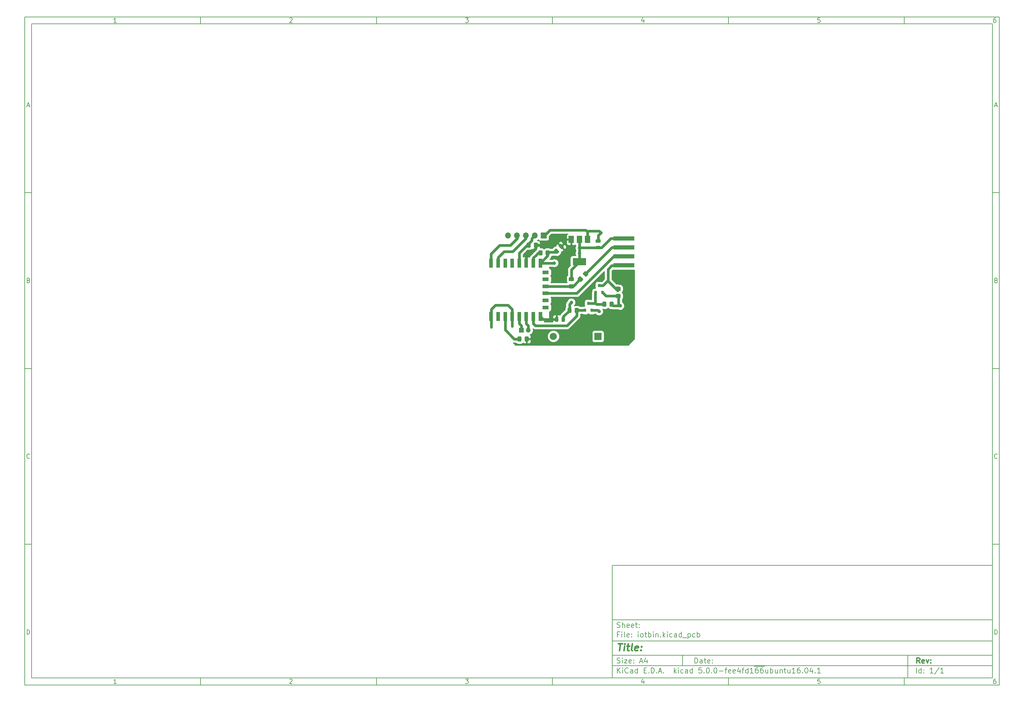
<source format=gbr>
G04 #@! TF.GenerationSoftware,KiCad,Pcbnew,5.0.0-fee4fd1~66~ubuntu16.04.1*
G04 #@! TF.CreationDate,2018-09-18T23:27:24+02:00*
G04 #@! TF.ProjectId,iotbin,696F7462696E2E6B696361645F706362,rev?*
G04 #@! TF.SameCoordinates,Original*
G04 #@! TF.FileFunction,Copper,L1,Top,Signal*
G04 #@! TF.FilePolarity,Positive*
%FSLAX46Y46*%
G04 Gerber Fmt 4.6, Leading zero omitted, Abs format (unit mm)*
G04 Created by KiCad (PCBNEW 5.0.0-fee4fd1~66~ubuntu16.04.1) date Tue Sep 18 23:27:24 2018*
%MOMM*%
%LPD*%
G01*
G04 APERTURE LIST*
%ADD10C,0.100000*%
%ADD11C,0.150000*%
%ADD12C,0.300000*%
%ADD13C,0.400000*%
G04 #@! TA.AperFunction,SMDPad,CuDef*
%ADD14R,3.800000X2.000000*%
G04 #@! TD*
G04 #@! TA.AperFunction,SMDPad,CuDef*
%ADD15R,1.500000X2.000000*%
G04 #@! TD*
G04 #@! TA.AperFunction,SMDPad,CuDef*
%ADD16R,0.800000X0.900000*%
G04 #@! TD*
G04 #@! TA.AperFunction,Conductor*
%ADD17C,0.100000*%
G04 #@! TD*
G04 #@! TA.AperFunction,SMDPad,CuDef*
%ADD18C,1.150000*%
G04 #@! TD*
G04 #@! TA.AperFunction,ComponentPad*
%ADD19R,1.700000X1.700000*%
G04 #@! TD*
G04 #@! TA.AperFunction,ComponentPad*
%ADD20O,1.700000X1.700000*%
G04 #@! TD*
G04 #@! TA.AperFunction,SMDPad,CuDef*
%ADD21R,6.000000X1.200000*%
G04 #@! TD*
G04 #@! TA.AperFunction,ComponentPad*
%ADD22R,1.350000X1.350000*%
G04 #@! TD*
G04 #@! TA.AperFunction,ComponentPad*
%ADD23O,1.350000X1.350000*%
G04 #@! TD*
G04 #@! TA.AperFunction,ComponentPad*
%ADD24C,2.000000*%
G04 #@! TD*
G04 #@! TA.AperFunction,ComponentPad*
%ADD25R,2.000000X2.000000*%
G04 #@! TD*
G04 #@! TA.AperFunction,SMDPad,CuDef*
%ADD26C,0.975000*%
G04 #@! TD*
G04 #@! TA.AperFunction,SMDPad,CuDef*
%ADD27R,1.000000X2.500000*%
G04 #@! TD*
G04 #@! TA.AperFunction,SMDPad,CuDef*
%ADD28R,1.800000X1.000000*%
G04 #@! TD*
G04 #@! TA.AperFunction,ViaPad*
%ADD29C,1.000000*%
G04 #@! TD*
G04 #@! TA.AperFunction,Conductor*
%ADD30C,0.750000*%
G04 #@! TD*
G04 #@! TA.AperFunction,Conductor*
%ADD31C,0.254000*%
G04 #@! TD*
G04 APERTURE END LIST*
D10*
D11*
X177002200Y-166007200D02*
X177002200Y-198007200D01*
X285002200Y-198007200D01*
X285002200Y-166007200D01*
X177002200Y-166007200D01*
D10*
D11*
X10000000Y-10000000D02*
X10000000Y-200007200D01*
X287002200Y-200007200D01*
X287002200Y-10000000D01*
X10000000Y-10000000D01*
D10*
D11*
X12000000Y-12000000D02*
X12000000Y-198007200D01*
X285002200Y-198007200D01*
X285002200Y-12000000D01*
X12000000Y-12000000D01*
D10*
D11*
X60000000Y-12000000D02*
X60000000Y-10000000D01*
D10*
D11*
X110000000Y-12000000D02*
X110000000Y-10000000D01*
D10*
D11*
X160000000Y-12000000D02*
X160000000Y-10000000D01*
D10*
D11*
X210000000Y-12000000D02*
X210000000Y-10000000D01*
D10*
D11*
X260000000Y-12000000D02*
X260000000Y-10000000D01*
D10*
D11*
X36065476Y-11588095D02*
X35322619Y-11588095D01*
X35694047Y-11588095D02*
X35694047Y-10288095D01*
X35570238Y-10473809D01*
X35446428Y-10597619D01*
X35322619Y-10659523D01*
D10*
D11*
X85322619Y-10411904D02*
X85384523Y-10350000D01*
X85508333Y-10288095D01*
X85817857Y-10288095D01*
X85941666Y-10350000D01*
X86003571Y-10411904D01*
X86065476Y-10535714D01*
X86065476Y-10659523D01*
X86003571Y-10845238D01*
X85260714Y-11588095D01*
X86065476Y-11588095D01*
D10*
D11*
X135260714Y-10288095D02*
X136065476Y-10288095D01*
X135632142Y-10783333D01*
X135817857Y-10783333D01*
X135941666Y-10845238D01*
X136003571Y-10907142D01*
X136065476Y-11030952D01*
X136065476Y-11340476D01*
X136003571Y-11464285D01*
X135941666Y-11526190D01*
X135817857Y-11588095D01*
X135446428Y-11588095D01*
X135322619Y-11526190D01*
X135260714Y-11464285D01*
D10*
D11*
X185941666Y-10721428D02*
X185941666Y-11588095D01*
X185632142Y-10226190D02*
X185322619Y-11154761D01*
X186127380Y-11154761D01*
D10*
D11*
X236003571Y-10288095D02*
X235384523Y-10288095D01*
X235322619Y-10907142D01*
X235384523Y-10845238D01*
X235508333Y-10783333D01*
X235817857Y-10783333D01*
X235941666Y-10845238D01*
X236003571Y-10907142D01*
X236065476Y-11030952D01*
X236065476Y-11340476D01*
X236003571Y-11464285D01*
X235941666Y-11526190D01*
X235817857Y-11588095D01*
X235508333Y-11588095D01*
X235384523Y-11526190D01*
X235322619Y-11464285D01*
D10*
D11*
X285941666Y-10288095D02*
X285694047Y-10288095D01*
X285570238Y-10350000D01*
X285508333Y-10411904D01*
X285384523Y-10597619D01*
X285322619Y-10845238D01*
X285322619Y-11340476D01*
X285384523Y-11464285D01*
X285446428Y-11526190D01*
X285570238Y-11588095D01*
X285817857Y-11588095D01*
X285941666Y-11526190D01*
X286003571Y-11464285D01*
X286065476Y-11340476D01*
X286065476Y-11030952D01*
X286003571Y-10907142D01*
X285941666Y-10845238D01*
X285817857Y-10783333D01*
X285570238Y-10783333D01*
X285446428Y-10845238D01*
X285384523Y-10907142D01*
X285322619Y-11030952D01*
D10*
D11*
X60000000Y-198007200D02*
X60000000Y-200007200D01*
D10*
D11*
X110000000Y-198007200D02*
X110000000Y-200007200D01*
D10*
D11*
X160000000Y-198007200D02*
X160000000Y-200007200D01*
D10*
D11*
X210000000Y-198007200D02*
X210000000Y-200007200D01*
D10*
D11*
X260000000Y-198007200D02*
X260000000Y-200007200D01*
D10*
D11*
X36065476Y-199595295D02*
X35322619Y-199595295D01*
X35694047Y-199595295D02*
X35694047Y-198295295D01*
X35570238Y-198481009D01*
X35446428Y-198604819D01*
X35322619Y-198666723D01*
D10*
D11*
X85322619Y-198419104D02*
X85384523Y-198357200D01*
X85508333Y-198295295D01*
X85817857Y-198295295D01*
X85941666Y-198357200D01*
X86003571Y-198419104D01*
X86065476Y-198542914D01*
X86065476Y-198666723D01*
X86003571Y-198852438D01*
X85260714Y-199595295D01*
X86065476Y-199595295D01*
D10*
D11*
X135260714Y-198295295D02*
X136065476Y-198295295D01*
X135632142Y-198790533D01*
X135817857Y-198790533D01*
X135941666Y-198852438D01*
X136003571Y-198914342D01*
X136065476Y-199038152D01*
X136065476Y-199347676D01*
X136003571Y-199471485D01*
X135941666Y-199533390D01*
X135817857Y-199595295D01*
X135446428Y-199595295D01*
X135322619Y-199533390D01*
X135260714Y-199471485D01*
D10*
D11*
X185941666Y-198728628D02*
X185941666Y-199595295D01*
X185632142Y-198233390D02*
X185322619Y-199161961D01*
X186127380Y-199161961D01*
D10*
D11*
X236003571Y-198295295D02*
X235384523Y-198295295D01*
X235322619Y-198914342D01*
X235384523Y-198852438D01*
X235508333Y-198790533D01*
X235817857Y-198790533D01*
X235941666Y-198852438D01*
X236003571Y-198914342D01*
X236065476Y-199038152D01*
X236065476Y-199347676D01*
X236003571Y-199471485D01*
X235941666Y-199533390D01*
X235817857Y-199595295D01*
X235508333Y-199595295D01*
X235384523Y-199533390D01*
X235322619Y-199471485D01*
D10*
D11*
X285941666Y-198295295D02*
X285694047Y-198295295D01*
X285570238Y-198357200D01*
X285508333Y-198419104D01*
X285384523Y-198604819D01*
X285322619Y-198852438D01*
X285322619Y-199347676D01*
X285384523Y-199471485D01*
X285446428Y-199533390D01*
X285570238Y-199595295D01*
X285817857Y-199595295D01*
X285941666Y-199533390D01*
X286003571Y-199471485D01*
X286065476Y-199347676D01*
X286065476Y-199038152D01*
X286003571Y-198914342D01*
X285941666Y-198852438D01*
X285817857Y-198790533D01*
X285570238Y-198790533D01*
X285446428Y-198852438D01*
X285384523Y-198914342D01*
X285322619Y-199038152D01*
D10*
D11*
X10000000Y-60000000D02*
X12000000Y-60000000D01*
D10*
D11*
X10000000Y-110000000D02*
X12000000Y-110000000D01*
D10*
D11*
X10000000Y-160000000D02*
X12000000Y-160000000D01*
D10*
D11*
X10690476Y-35216666D02*
X11309523Y-35216666D01*
X10566666Y-35588095D02*
X11000000Y-34288095D01*
X11433333Y-35588095D01*
D10*
D11*
X11092857Y-84907142D02*
X11278571Y-84969047D01*
X11340476Y-85030952D01*
X11402380Y-85154761D01*
X11402380Y-85340476D01*
X11340476Y-85464285D01*
X11278571Y-85526190D01*
X11154761Y-85588095D01*
X10659523Y-85588095D01*
X10659523Y-84288095D01*
X11092857Y-84288095D01*
X11216666Y-84350000D01*
X11278571Y-84411904D01*
X11340476Y-84535714D01*
X11340476Y-84659523D01*
X11278571Y-84783333D01*
X11216666Y-84845238D01*
X11092857Y-84907142D01*
X10659523Y-84907142D01*
D10*
D11*
X11402380Y-135464285D02*
X11340476Y-135526190D01*
X11154761Y-135588095D01*
X11030952Y-135588095D01*
X10845238Y-135526190D01*
X10721428Y-135402380D01*
X10659523Y-135278571D01*
X10597619Y-135030952D01*
X10597619Y-134845238D01*
X10659523Y-134597619D01*
X10721428Y-134473809D01*
X10845238Y-134350000D01*
X11030952Y-134288095D01*
X11154761Y-134288095D01*
X11340476Y-134350000D01*
X11402380Y-134411904D01*
D10*
D11*
X10659523Y-185588095D02*
X10659523Y-184288095D01*
X10969047Y-184288095D01*
X11154761Y-184350000D01*
X11278571Y-184473809D01*
X11340476Y-184597619D01*
X11402380Y-184845238D01*
X11402380Y-185030952D01*
X11340476Y-185278571D01*
X11278571Y-185402380D01*
X11154761Y-185526190D01*
X10969047Y-185588095D01*
X10659523Y-185588095D01*
D10*
D11*
X287002200Y-60000000D02*
X285002200Y-60000000D01*
D10*
D11*
X287002200Y-110000000D02*
X285002200Y-110000000D01*
D10*
D11*
X287002200Y-160000000D02*
X285002200Y-160000000D01*
D10*
D11*
X285692676Y-35216666D02*
X286311723Y-35216666D01*
X285568866Y-35588095D02*
X286002200Y-34288095D01*
X286435533Y-35588095D01*
D10*
D11*
X286095057Y-84907142D02*
X286280771Y-84969047D01*
X286342676Y-85030952D01*
X286404580Y-85154761D01*
X286404580Y-85340476D01*
X286342676Y-85464285D01*
X286280771Y-85526190D01*
X286156961Y-85588095D01*
X285661723Y-85588095D01*
X285661723Y-84288095D01*
X286095057Y-84288095D01*
X286218866Y-84350000D01*
X286280771Y-84411904D01*
X286342676Y-84535714D01*
X286342676Y-84659523D01*
X286280771Y-84783333D01*
X286218866Y-84845238D01*
X286095057Y-84907142D01*
X285661723Y-84907142D01*
D10*
D11*
X286404580Y-135464285D02*
X286342676Y-135526190D01*
X286156961Y-135588095D01*
X286033152Y-135588095D01*
X285847438Y-135526190D01*
X285723628Y-135402380D01*
X285661723Y-135278571D01*
X285599819Y-135030952D01*
X285599819Y-134845238D01*
X285661723Y-134597619D01*
X285723628Y-134473809D01*
X285847438Y-134350000D01*
X286033152Y-134288095D01*
X286156961Y-134288095D01*
X286342676Y-134350000D01*
X286404580Y-134411904D01*
D10*
D11*
X285661723Y-185588095D02*
X285661723Y-184288095D01*
X285971247Y-184288095D01*
X286156961Y-184350000D01*
X286280771Y-184473809D01*
X286342676Y-184597619D01*
X286404580Y-184845238D01*
X286404580Y-185030952D01*
X286342676Y-185278571D01*
X286280771Y-185402380D01*
X286156961Y-185526190D01*
X285971247Y-185588095D01*
X285661723Y-185588095D01*
D10*
D11*
X200434342Y-193785771D02*
X200434342Y-192285771D01*
X200791485Y-192285771D01*
X201005771Y-192357200D01*
X201148628Y-192500057D01*
X201220057Y-192642914D01*
X201291485Y-192928628D01*
X201291485Y-193142914D01*
X201220057Y-193428628D01*
X201148628Y-193571485D01*
X201005771Y-193714342D01*
X200791485Y-193785771D01*
X200434342Y-193785771D01*
X202577200Y-193785771D02*
X202577200Y-193000057D01*
X202505771Y-192857200D01*
X202362914Y-192785771D01*
X202077200Y-192785771D01*
X201934342Y-192857200D01*
X202577200Y-193714342D02*
X202434342Y-193785771D01*
X202077200Y-193785771D01*
X201934342Y-193714342D01*
X201862914Y-193571485D01*
X201862914Y-193428628D01*
X201934342Y-193285771D01*
X202077200Y-193214342D01*
X202434342Y-193214342D01*
X202577200Y-193142914D01*
X203077200Y-192785771D02*
X203648628Y-192785771D01*
X203291485Y-192285771D02*
X203291485Y-193571485D01*
X203362914Y-193714342D01*
X203505771Y-193785771D01*
X203648628Y-193785771D01*
X204720057Y-193714342D02*
X204577200Y-193785771D01*
X204291485Y-193785771D01*
X204148628Y-193714342D01*
X204077200Y-193571485D01*
X204077200Y-193000057D01*
X204148628Y-192857200D01*
X204291485Y-192785771D01*
X204577200Y-192785771D01*
X204720057Y-192857200D01*
X204791485Y-193000057D01*
X204791485Y-193142914D01*
X204077200Y-193285771D01*
X205434342Y-193642914D02*
X205505771Y-193714342D01*
X205434342Y-193785771D01*
X205362914Y-193714342D01*
X205434342Y-193642914D01*
X205434342Y-193785771D01*
X205434342Y-192857200D02*
X205505771Y-192928628D01*
X205434342Y-193000057D01*
X205362914Y-192928628D01*
X205434342Y-192857200D01*
X205434342Y-193000057D01*
D10*
D11*
X177002200Y-194507200D02*
X285002200Y-194507200D01*
D10*
D11*
X178434342Y-196585771D02*
X178434342Y-195085771D01*
X179291485Y-196585771D02*
X178648628Y-195728628D01*
X179291485Y-195085771D02*
X178434342Y-195942914D01*
X179934342Y-196585771D02*
X179934342Y-195585771D01*
X179934342Y-195085771D02*
X179862914Y-195157200D01*
X179934342Y-195228628D01*
X180005771Y-195157200D01*
X179934342Y-195085771D01*
X179934342Y-195228628D01*
X181505771Y-196442914D02*
X181434342Y-196514342D01*
X181220057Y-196585771D01*
X181077200Y-196585771D01*
X180862914Y-196514342D01*
X180720057Y-196371485D01*
X180648628Y-196228628D01*
X180577200Y-195942914D01*
X180577200Y-195728628D01*
X180648628Y-195442914D01*
X180720057Y-195300057D01*
X180862914Y-195157200D01*
X181077200Y-195085771D01*
X181220057Y-195085771D01*
X181434342Y-195157200D01*
X181505771Y-195228628D01*
X182791485Y-196585771D02*
X182791485Y-195800057D01*
X182720057Y-195657200D01*
X182577200Y-195585771D01*
X182291485Y-195585771D01*
X182148628Y-195657200D01*
X182791485Y-196514342D02*
X182648628Y-196585771D01*
X182291485Y-196585771D01*
X182148628Y-196514342D01*
X182077200Y-196371485D01*
X182077200Y-196228628D01*
X182148628Y-196085771D01*
X182291485Y-196014342D01*
X182648628Y-196014342D01*
X182791485Y-195942914D01*
X184148628Y-196585771D02*
X184148628Y-195085771D01*
X184148628Y-196514342D02*
X184005771Y-196585771D01*
X183720057Y-196585771D01*
X183577200Y-196514342D01*
X183505771Y-196442914D01*
X183434342Y-196300057D01*
X183434342Y-195871485D01*
X183505771Y-195728628D01*
X183577200Y-195657200D01*
X183720057Y-195585771D01*
X184005771Y-195585771D01*
X184148628Y-195657200D01*
X186005771Y-195800057D02*
X186505771Y-195800057D01*
X186720057Y-196585771D02*
X186005771Y-196585771D01*
X186005771Y-195085771D01*
X186720057Y-195085771D01*
X187362914Y-196442914D02*
X187434342Y-196514342D01*
X187362914Y-196585771D01*
X187291485Y-196514342D01*
X187362914Y-196442914D01*
X187362914Y-196585771D01*
X188077200Y-196585771D02*
X188077200Y-195085771D01*
X188434342Y-195085771D01*
X188648628Y-195157200D01*
X188791485Y-195300057D01*
X188862914Y-195442914D01*
X188934342Y-195728628D01*
X188934342Y-195942914D01*
X188862914Y-196228628D01*
X188791485Y-196371485D01*
X188648628Y-196514342D01*
X188434342Y-196585771D01*
X188077200Y-196585771D01*
X189577200Y-196442914D02*
X189648628Y-196514342D01*
X189577200Y-196585771D01*
X189505771Y-196514342D01*
X189577200Y-196442914D01*
X189577200Y-196585771D01*
X190220057Y-196157200D02*
X190934342Y-196157200D01*
X190077200Y-196585771D02*
X190577200Y-195085771D01*
X191077200Y-196585771D01*
X191577200Y-196442914D02*
X191648628Y-196514342D01*
X191577200Y-196585771D01*
X191505771Y-196514342D01*
X191577200Y-196442914D01*
X191577200Y-196585771D01*
X194577200Y-196585771D02*
X194577200Y-195085771D01*
X194720057Y-196014342D02*
X195148628Y-196585771D01*
X195148628Y-195585771D02*
X194577200Y-196157200D01*
X195791485Y-196585771D02*
X195791485Y-195585771D01*
X195791485Y-195085771D02*
X195720057Y-195157200D01*
X195791485Y-195228628D01*
X195862914Y-195157200D01*
X195791485Y-195085771D01*
X195791485Y-195228628D01*
X197148628Y-196514342D02*
X197005771Y-196585771D01*
X196720057Y-196585771D01*
X196577200Y-196514342D01*
X196505771Y-196442914D01*
X196434342Y-196300057D01*
X196434342Y-195871485D01*
X196505771Y-195728628D01*
X196577200Y-195657200D01*
X196720057Y-195585771D01*
X197005771Y-195585771D01*
X197148628Y-195657200D01*
X198434342Y-196585771D02*
X198434342Y-195800057D01*
X198362914Y-195657200D01*
X198220057Y-195585771D01*
X197934342Y-195585771D01*
X197791485Y-195657200D01*
X198434342Y-196514342D02*
X198291485Y-196585771D01*
X197934342Y-196585771D01*
X197791485Y-196514342D01*
X197720057Y-196371485D01*
X197720057Y-196228628D01*
X197791485Y-196085771D01*
X197934342Y-196014342D01*
X198291485Y-196014342D01*
X198434342Y-195942914D01*
X199791485Y-196585771D02*
X199791485Y-195085771D01*
X199791485Y-196514342D02*
X199648628Y-196585771D01*
X199362914Y-196585771D01*
X199220057Y-196514342D01*
X199148628Y-196442914D01*
X199077200Y-196300057D01*
X199077200Y-195871485D01*
X199148628Y-195728628D01*
X199220057Y-195657200D01*
X199362914Y-195585771D01*
X199648628Y-195585771D01*
X199791485Y-195657200D01*
X202362914Y-195085771D02*
X201648628Y-195085771D01*
X201577200Y-195800057D01*
X201648628Y-195728628D01*
X201791485Y-195657200D01*
X202148628Y-195657200D01*
X202291485Y-195728628D01*
X202362914Y-195800057D01*
X202434342Y-195942914D01*
X202434342Y-196300057D01*
X202362914Y-196442914D01*
X202291485Y-196514342D01*
X202148628Y-196585771D01*
X201791485Y-196585771D01*
X201648628Y-196514342D01*
X201577200Y-196442914D01*
X203077200Y-196442914D02*
X203148628Y-196514342D01*
X203077200Y-196585771D01*
X203005771Y-196514342D01*
X203077200Y-196442914D01*
X203077200Y-196585771D01*
X204077200Y-195085771D02*
X204220057Y-195085771D01*
X204362914Y-195157200D01*
X204434342Y-195228628D01*
X204505771Y-195371485D01*
X204577200Y-195657200D01*
X204577200Y-196014342D01*
X204505771Y-196300057D01*
X204434342Y-196442914D01*
X204362914Y-196514342D01*
X204220057Y-196585771D01*
X204077200Y-196585771D01*
X203934342Y-196514342D01*
X203862914Y-196442914D01*
X203791485Y-196300057D01*
X203720057Y-196014342D01*
X203720057Y-195657200D01*
X203791485Y-195371485D01*
X203862914Y-195228628D01*
X203934342Y-195157200D01*
X204077200Y-195085771D01*
X205220057Y-196442914D02*
X205291485Y-196514342D01*
X205220057Y-196585771D01*
X205148628Y-196514342D01*
X205220057Y-196442914D01*
X205220057Y-196585771D01*
X206220057Y-195085771D02*
X206362914Y-195085771D01*
X206505771Y-195157200D01*
X206577200Y-195228628D01*
X206648628Y-195371485D01*
X206720057Y-195657200D01*
X206720057Y-196014342D01*
X206648628Y-196300057D01*
X206577200Y-196442914D01*
X206505771Y-196514342D01*
X206362914Y-196585771D01*
X206220057Y-196585771D01*
X206077200Y-196514342D01*
X206005771Y-196442914D01*
X205934342Y-196300057D01*
X205862914Y-196014342D01*
X205862914Y-195657200D01*
X205934342Y-195371485D01*
X206005771Y-195228628D01*
X206077200Y-195157200D01*
X206220057Y-195085771D01*
X207362914Y-196014342D02*
X208505771Y-196014342D01*
X209005771Y-195585771D02*
X209577200Y-195585771D01*
X209220057Y-196585771D02*
X209220057Y-195300057D01*
X209291485Y-195157200D01*
X209434342Y-195085771D01*
X209577200Y-195085771D01*
X210648628Y-196514342D02*
X210505771Y-196585771D01*
X210220057Y-196585771D01*
X210077200Y-196514342D01*
X210005771Y-196371485D01*
X210005771Y-195800057D01*
X210077200Y-195657200D01*
X210220057Y-195585771D01*
X210505771Y-195585771D01*
X210648628Y-195657200D01*
X210720057Y-195800057D01*
X210720057Y-195942914D01*
X210005771Y-196085771D01*
X211934342Y-196514342D02*
X211791485Y-196585771D01*
X211505771Y-196585771D01*
X211362914Y-196514342D01*
X211291485Y-196371485D01*
X211291485Y-195800057D01*
X211362914Y-195657200D01*
X211505771Y-195585771D01*
X211791485Y-195585771D01*
X211934342Y-195657200D01*
X212005771Y-195800057D01*
X212005771Y-195942914D01*
X211291485Y-196085771D01*
X213291485Y-195585771D02*
X213291485Y-196585771D01*
X212934342Y-195014342D02*
X212577200Y-196085771D01*
X213505771Y-196085771D01*
X213862914Y-195585771D02*
X214434342Y-195585771D01*
X214077200Y-196585771D02*
X214077200Y-195300057D01*
X214148628Y-195157200D01*
X214291485Y-195085771D01*
X214434342Y-195085771D01*
X215577200Y-196585771D02*
X215577200Y-195085771D01*
X215577200Y-196514342D02*
X215434342Y-196585771D01*
X215148628Y-196585771D01*
X215005771Y-196514342D01*
X214934342Y-196442914D01*
X214862914Y-196300057D01*
X214862914Y-195871485D01*
X214934342Y-195728628D01*
X215005771Y-195657200D01*
X215148628Y-195585771D01*
X215434342Y-195585771D01*
X215577200Y-195657200D01*
X217077200Y-196585771D02*
X216220057Y-196585771D01*
X216648628Y-196585771D02*
X216648628Y-195085771D01*
X216505771Y-195300057D01*
X216362914Y-195442914D01*
X216220057Y-195514342D01*
X217362914Y-194677200D02*
X218791485Y-194677200D01*
X218362914Y-195085771D02*
X218077200Y-195085771D01*
X217934342Y-195157200D01*
X217862914Y-195228628D01*
X217720057Y-195442914D01*
X217648628Y-195728628D01*
X217648628Y-196300057D01*
X217720057Y-196442914D01*
X217791485Y-196514342D01*
X217934342Y-196585771D01*
X218220057Y-196585771D01*
X218362914Y-196514342D01*
X218434342Y-196442914D01*
X218505771Y-196300057D01*
X218505771Y-195942914D01*
X218434342Y-195800057D01*
X218362914Y-195728628D01*
X218220057Y-195657200D01*
X217934342Y-195657200D01*
X217791485Y-195728628D01*
X217720057Y-195800057D01*
X217648628Y-195942914D01*
X218791485Y-194677200D02*
X220220057Y-194677200D01*
X219791485Y-195085771D02*
X219505771Y-195085771D01*
X219362914Y-195157200D01*
X219291485Y-195228628D01*
X219148628Y-195442914D01*
X219077200Y-195728628D01*
X219077200Y-196300057D01*
X219148628Y-196442914D01*
X219220057Y-196514342D01*
X219362914Y-196585771D01*
X219648628Y-196585771D01*
X219791485Y-196514342D01*
X219862914Y-196442914D01*
X219934342Y-196300057D01*
X219934342Y-195942914D01*
X219862914Y-195800057D01*
X219791485Y-195728628D01*
X219648628Y-195657200D01*
X219362914Y-195657200D01*
X219220057Y-195728628D01*
X219148628Y-195800057D01*
X219077200Y-195942914D01*
X221220057Y-195585771D02*
X221220057Y-196585771D01*
X220577200Y-195585771D02*
X220577200Y-196371485D01*
X220648628Y-196514342D01*
X220791485Y-196585771D01*
X221005771Y-196585771D01*
X221148628Y-196514342D01*
X221220057Y-196442914D01*
X221934342Y-196585771D02*
X221934342Y-195085771D01*
X221934342Y-195657200D02*
X222077200Y-195585771D01*
X222362914Y-195585771D01*
X222505771Y-195657200D01*
X222577200Y-195728628D01*
X222648628Y-195871485D01*
X222648628Y-196300057D01*
X222577200Y-196442914D01*
X222505771Y-196514342D01*
X222362914Y-196585771D01*
X222077200Y-196585771D01*
X221934342Y-196514342D01*
X223934342Y-195585771D02*
X223934342Y-196585771D01*
X223291485Y-195585771D02*
X223291485Y-196371485D01*
X223362914Y-196514342D01*
X223505771Y-196585771D01*
X223720057Y-196585771D01*
X223862914Y-196514342D01*
X223934342Y-196442914D01*
X224648628Y-195585771D02*
X224648628Y-196585771D01*
X224648628Y-195728628D02*
X224720057Y-195657200D01*
X224862914Y-195585771D01*
X225077200Y-195585771D01*
X225220057Y-195657200D01*
X225291485Y-195800057D01*
X225291485Y-196585771D01*
X225791485Y-195585771D02*
X226362914Y-195585771D01*
X226005771Y-195085771D02*
X226005771Y-196371485D01*
X226077200Y-196514342D01*
X226220057Y-196585771D01*
X226362914Y-196585771D01*
X227505771Y-195585771D02*
X227505771Y-196585771D01*
X226862914Y-195585771D02*
X226862914Y-196371485D01*
X226934342Y-196514342D01*
X227077200Y-196585771D01*
X227291485Y-196585771D01*
X227434342Y-196514342D01*
X227505771Y-196442914D01*
X229005771Y-196585771D02*
X228148628Y-196585771D01*
X228577200Y-196585771D02*
X228577200Y-195085771D01*
X228434342Y-195300057D01*
X228291485Y-195442914D01*
X228148628Y-195514342D01*
X230291485Y-195085771D02*
X230005771Y-195085771D01*
X229862914Y-195157200D01*
X229791485Y-195228628D01*
X229648628Y-195442914D01*
X229577200Y-195728628D01*
X229577200Y-196300057D01*
X229648628Y-196442914D01*
X229720057Y-196514342D01*
X229862914Y-196585771D01*
X230148628Y-196585771D01*
X230291485Y-196514342D01*
X230362914Y-196442914D01*
X230434342Y-196300057D01*
X230434342Y-195942914D01*
X230362914Y-195800057D01*
X230291485Y-195728628D01*
X230148628Y-195657200D01*
X229862914Y-195657200D01*
X229720057Y-195728628D01*
X229648628Y-195800057D01*
X229577200Y-195942914D01*
X231077200Y-196442914D02*
X231148628Y-196514342D01*
X231077200Y-196585771D01*
X231005771Y-196514342D01*
X231077200Y-196442914D01*
X231077200Y-196585771D01*
X232077200Y-195085771D02*
X232220057Y-195085771D01*
X232362914Y-195157200D01*
X232434342Y-195228628D01*
X232505771Y-195371485D01*
X232577200Y-195657200D01*
X232577200Y-196014342D01*
X232505771Y-196300057D01*
X232434342Y-196442914D01*
X232362914Y-196514342D01*
X232220057Y-196585771D01*
X232077200Y-196585771D01*
X231934342Y-196514342D01*
X231862914Y-196442914D01*
X231791485Y-196300057D01*
X231720057Y-196014342D01*
X231720057Y-195657200D01*
X231791485Y-195371485D01*
X231862914Y-195228628D01*
X231934342Y-195157200D01*
X232077200Y-195085771D01*
X233862914Y-195585771D02*
X233862914Y-196585771D01*
X233505771Y-195014342D02*
X233148628Y-196085771D01*
X234077200Y-196085771D01*
X234648628Y-196442914D02*
X234720057Y-196514342D01*
X234648628Y-196585771D01*
X234577200Y-196514342D01*
X234648628Y-196442914D01*
X234648628Y-196585771D01*
X236148628Y-196585771D02*
X235291485Y-196585771D01*
X235720057Y-196585771D02*
X235720057Y-195085771D01*
X235577200Y-195300057D01*
X235434342Y-195442914D01*
X235291485Y-195514342D01*
D10*
D11*
X177002200Y-191507200D02*
X285002200Y-191507200D01*
D10*
D12*
X264411485Y-193785771D02*
X263911485Y-193071485D01*
X263554342Y-193785771D02*
X263554342Y-192285771D01*
X264125771Y-192285771D01*
X264268628Y-192357200D01*
X264340057Y-192428628D01*
X264411485Y-192571485D01*
X264411485Y-192785771D01*
X264340057Y-192928628D01*
X264268628Y-193000057D01*
X264125771Y-193071485D01*
X263554342Y-193071485D01*
X265625771Y-193714342D02*
X265482914Y-193785771D01*
X265197200Y-193785771D01*
X265054342Y-193714342D01*
X264982914Y-193571485D01*
X264982914Y-193000057D01*
X265054342Y-192857200D01*
X265197200Y-192785771D01*
X265482914Y-192785771D01*
X265625771Y-192857200D01*
X265697200Y-193000057D01*
X265697200Y-193142914D01*
X264982914Y-193285771D01*
X266197200Y-192785771D02*
X266554342Y-193785771D01*
X266911485Y-192785771D01*
X267482914Y-193642914D02*
X267554342Y-193714342D01*
X267482914Y-193785771D01*
X267411485Y-193714342D01*
X267482914Y-193642914D01*
X267482914Y-193785771D01*
X267482914Y-192857200D02*
X267554342Y-192928628D01*
X267482914Y-193000057D01*
X267411485Y-192928628D01*
X267482914Y-192857200D01*
X267482914Y-193000057D01*
D10*
D11*
X178362914Y-193714342D02*
X178577200Y-193785771D01*
X178934342Y-193785771D01*
X179077200Y-193714342D01*
X179148628Y-193642914D01*
X179220057Y-193500057D01*
X179220057Y-193357200D01*
X179148628Y-193214342D01*
X179077200Y-193142914D01*
X178934342Y-193071485D01*
X178648628Y-193000057D01*
X178505771Y-192928628D01*
X178434342Y-192857200D01*
X178362914Y-192714342D01*
X178362914Y-192571485D01*
X178434342Y-192428628D01*
X178505771Y-192357200D01*
X178648628Y-192285771D01*
X179005771Y-192285771D01*
X179220057Y-192357200D01*
X179862914Y-193785771D02*
X179862914Y-192785771D01*
X179862914Y-192285771D02*
X179791485Y-192357200D01*
X179862914Y-192428628D01*
X179934342Y-192357200D01*
X179862914Y-192285771D01*
X179862914Y-192428628D01*
X180434342Y-192785771D02*
X181220057Y-192785771D01*
X180434342Y-193785771D01*
X181220057Y-193785771D01*
X182362914Y-193714342D02*
X182220057Y-193785771D01*
X181934342Y-193785771D01*
X181791485Y-193714342D01*
X181720057Y-193571485D01*
X181720057Y-193000057D01*
X181791485Y-192857200D01*
X181934342Y-192785771D01*
X182220057Y-192785771D01*
X182362914Y-192857200D01*
X182434342Y-193000057D01*
X182434342Y-193142914D01*
X181720057Y-193285771D01*
X183077200Y-193642914D02*
X183148628Y-193714342D01*
X183077200Y-193785771D01*
X183005771Y-193714342D01*
X183077200Y-193642914D01*
X183077200Y-193785771D01*
X183077200Y-192857200D02*
X183148628Y-192928628D01*
X183077200Y-193000057D01*
X183005771Y-192928628D01*
X183077200Y-192857200D01*
X183077200Y-193000057D01*
X184862914Y-193357200D02*
X185577200Y-193357200D01*
X184720057Y-193785771D02*
X185220057Y-192285771D01*
X185720057Y-193785771D01*
X186862914Y-192785771D02*
X186862914Y-193785771D01*
X186505771Y-192214342D02*
X186148628Y-193285771D01*
X187077200Y-193285771D01*
D10*
D11*
X263434342Y-196585771D02*
X263434342Y-195085771D01*
X264791485Y-196585771D02*
X264791485Y-195085771D01*
X264791485Y-196514342D02*
X264648628Y-196585771D01*
X264362914Y-196585771D01*
X264220057Y-196514342D01*
X264148628Y-196442914D01*
X264077200Y-196300057D01*
X264077200Y-195871485D01*
X264148628Y-195728628D01*
X264220057Y-195657200D01*
X264362914Y-195585771D01*
X264648628Y-195585771D01*
X264791485Y-195657200D01*
X265505771Y-196442914D02*
X265577200Y-196514342D01*
X265505771Y-196585771D01*
X265434342Y-196514342D01*
X265505771Y-196442914D01*
X265505771Y-196585771D01*
X265505771Y-195657200D02*
X265577200Y-195728628D01*
X265505771Y-195800057D01*
X265434342Y-195728628D01*
X265505771Y-195657200D01*
X265505771Y-195800057D01*
X268148628Y-196585771D02*
X267291485Y-196585771D01*
X267720057Y-196585771D02*
X267720057Y-195085771D01*
X267577200Y-195300057D01*
X267434342Y-195442914D01*
X267291485Y-195514342D01*
X269862914Y-195014342D02*
X268577200Y-196942914D01*
X271148628Y-196585771D02*
X270291485Y-196585771D01*
X270720057Y-196585771D02*
X270720057Y-195085771D01*
X270577200Y-195300057D01*
X270434342Y-195442914D01*
X270291485Y-195514342D01*
D10*
D11*
X177002200Y-187507200D02*
X285002200Y-187507200D01*
D10*
D13*
X178714580Y-188211961D02*
X179857438Y-188211961D01*
X179036009Y-190211961D02*
X179286009Y-188211961D01*
X180274104Y-190211961D02*
X180440771Y-188878628D01*
X180524104Y-188211961D02*
X180416961Y-188307200D01*
X180500295Y-188402438D01*
X180607438Y-188307200D01*
X180524104Y-188211961D01*
X180500295Y-188402438D01*
X181107438Y-188878628D02*
X181869342Y-188878628D01*
X181476485Y-188211961D02*
X181262200Y-189926247D01*
X181333628Y-190116723D01*
X181512200Y-190211961D01*
X181702676Y-190211961D01*
X182655057Y-190211961D02*
X182476485Y-190116723D01*
X182405057Y-189926247D01*
X182619342Y-188211961D01*
X184190771Y-190116723D02*
X183988390Y-190211961D01*
X183607438Y-190211961D01*
X183428866Y-190116723D01*
X183357438Y-189926247D01*
X183452676Y-189164342D01*
X183571723Y-188973866D01*
X183774104Y-188878628D01*
X184155057Y-188878628D01*
X184333628Y-188973866D01*
X184405057Y-189164342D01*
X184381247Y-189354819D01*
X183405057Y-189545295D01*
X185155057Y-190021485D02*
X185238390Y-190116723D01*
X185131247Y-190211961D01*
X185047914Y-190116723D01*
X185155057Y-190021485D01*
X185131247Y-190211961D01*
X185286009Y-188973866D02*
X185369342Y-189069104D01*
X185262200Y-189164342D01*
X185178866Y-189069104D01*
X185286009Y-188973866D01*
X185262200Y-189164342D01*
D10*
D11*
X178934342Y-185600057D02*
X178434342Y-185600057D01*
X178434342Y-186385771D02*
X178434342Y-184885771D01*
X179148628Y-184885771D01*
X179720057Y-186385771D02*
X179720057Y-185385771D01*
X179720057Y-184885771D02*
X179648628Y-184957200D01*
X179720057Y-185028628D01*
X179791485Y-184957200D01*
X179720057Y-184885771D01*
X179720057Y-185028628D01*
X180648628Y-186385771D02*
X180505771Y-186314342D01*
X180434342Y-186171485D01*
X180434342Y-184885771D01*
X181791485Y-186314342D02*
X181648628Y-186385771D01*
X181362914Y-186385771D01*
X181220057Y-186314342D01*
X181148628Y-186171485D01*
X181148628Y-185600057D01*
X181220057Y-185457200D01*
X181362914Y-185385771D01*
X181648628Y-185385771D01*
X181791485Y-185457200D01*
X181862914Y-185600057D01*
X181862914Y-185742914D01*
X181148628Y-185885771D01*
X182505771Y-186242914D02*
X182577200Y-186314342D01*
X182505771Y-186385771D01*
X182434342Y-186314342D01*
X182505771Y-186242914D01*
X182505771Y-186385771D01*
X182505771Y-185457200D02*
X182577200Y-185528628D01*
X182505771Y-185600057D01*
X182434342Y-185528628D01*
X182505771Y-185457200D01*
X182505771Y-185600057D01*
X184362914Y-186385771D02*
X184362914Y-185385771D01*
X184362914Y-184885771D02*
X184291485Y-184957200D01*
X184362914Y-185028628D01*
X184434342Y-184957200D01*
X184362914Y-184885771D01*
X184362914Y-185028628D01*
X185291485Y-186385771D02*
X185148628Y-186314342D01*
X185077200Y-186242914D01*
X185005771Y-186100057D01*
X185005771Y-185671485D01*
X185077200Y-185528628D01*
X185148628Y-185457200D01*
X185291485Y-185385771D01*
X185505771Y-185385771D01*
X185648628Y-185457200D01*
X185720057Y-185528628D01*
X185791485Y-185671485D01*
X185791485Y-186100057D01*
X185720057Y-186242914D01*
X185648628Y-186314342D01*
X185505771Y-186385771D01*
X185291485Y-186385771D01*
X186220057Y-185385771D02*
X186791485Y-185385771D01*
X186434342Y-184885771D02*
X186434342Y-186171485D01*
X186505771Y-186314342D01*
X186648628Y-186385771D01*
X186791485Y-186385771D01*
X187291485Y-186385771D02*
X187291485Y-184885771D01*
X187291485Y-185457200D02*
X187434342Y-185385771D01*
X187720057Y-185385771D01*
X187862914Y-185457200D01*
X187934342Y-185528628D01*
X188005771Y-185671485D01*
X188005771Y-186100057D01*
X187934342Y-186242914D01*
X187862914Y-186314342D01*
X187720057Y-186385771D01*
X187434342Y-186385771D01*
X187291485Y-186314342D01*
X188648628Y-186385771D02*
X188648628Y-185385771D01*
X188648628Y-184885771D02*
X188577200Y-184957200D01*
X188648628Y-185028628D01*
X188720057Y-184957200D01*
X188648628Y-184885771D01*
X188648628Y-185028628D01*
X189362914Y-185385771D02*
X189362914Y-186385771D01*
X189362914Y-185528628D02*
X189434342Y-185457200D01*
X189577200Y-185385771D01*
X189791485Y-185385771D01*
X189934342Y-185457200D01*
X190005771Y-185600057D01*
X190005771Y-186385771D01*
X190720057Y-186242914D02*
X190791485Y-186314342D01*
X190720057Y-186385771D01*
X190648628Y-186314342D01*
X190720057Y-186242914D01*
X190720057Y-186385771D01*
X191434342Y-186385771D02*
X191434342Y-184885771D01*
X191577200Y-185814342D02*
X192005771Y-186385771D01*
X192005771Y-185385771D02*
X191434342Y-185957200D01*
X192648628Y-186385771D02*
X192648628Y-185385771D01*
X192648628Y-184885771D02*
X192577200Y-184957200D01*
X192648628Y-185028628D01*
X192720057Y-184957200D01*
X192648628Y-184885771D01*
X192648628Y-185028628D01*
X194005771Y-186314342D02*
X193862914Y-186385771D01*
X193577200Y-186385771D01*
X193434342Y-186314342D01*
X193362914Y-186242914D01*
X193291485Y-186100057D01*
X193291485Y-185671485D01*
X193362914Y-185528628D01*
X193434342Y-185457200D01*
X193577200Y-185385771D01*
X193862914Y-185385771D01*
X194005771Y-185457200D01*
X195291485Y-186385771D02*
X195291485Y-185600057D01*
X195220057Y-185457200D01*
X195077200Y-185385771D01*
X194791485Y-185385771D01*
X194648628Y-185457200D01*
X195291485Y-186314342D02*
X195148628Y-186385771D01*
X194791485Y-186385771D01*
X194648628Y-186314342D01*
X194577200Y-186171485D01*
X194577200Y-186028628D01*
X194648628Y-185885771D01*
X194791485Y-185814342D01*
X195148628Y-185814342D01*
X195291485Y-185742914D01*
X196648628Y-186385771D02*
X196648628Y-184885771D01*
X196648628Y-186314342D02*
X196505771Y-186385771D01*
X196220057Y-186385771D01*
X196077200Y-186314342D01*
X196005771Y-186242914D01*
X195934342Y-186100057D01*
X195934342Y-185671485D01*
X196005771Y-185528628D01*
X196077200Y-185457200D01*
X196220057Y-185385771D01*
X196505771Y-185385771D01*
X196648628Y-185457200D01*
X197005771Y-186528628D02*
X198148628Y-186528628D01*
X198505771Y-185385771D02*
X198505771Y-186885771D01*
X198505771Y-185457200D02*
X198648628Y-185385771D01*
X198934342Y-185385771D01*
X199077200Y-185457200D01*
X199148628Y-185528628D01*
X199220057Y-185671485D01*
X199220057Y-186100057D01*
X199148628Y-186242914D01*
X199077200Y-186314342D01*
X198934342Y-186385771D01*
X198648628Y-186385771D01*
X198505771Y-186314342D01*
X200505771Y-186314342D02*
X200362914Y-186385771D01*
X200077200Y-186385771D01*
X199934342Y-186314342D01*
X199862914Y-186242914D01*
X199791485Y-186100057D01*
X199791485Y-185671485D01*
X199862914Y-185528628D01*
X199934342Y-185457200D01*
X200077200Y-185385771D01*
X200362914Y-185385771D01*
X200505771Y-185457200D01*
X201148628Y-186385771D02*
X201148628Y-184885771D01*
X201148628Y-185457200D02*
X201291485Y-185385771D01*
X201577200Y-185385771D01*
X201720057Y-185457200D01*
X201791485Y-185528628D01*
X201862914Y-185671485D01*
X201862914Y-186100057D01*
X201791485Y-186242914D01*
X201720057Y-186314342D01*
X201577200Y-186385771D01*
X201291485Y-186385771D01*
X201148628Y-186314342D01*
D10*
D11*
X177002200Y-181507200D02*
X285002200Y-181507200D01*
D10*
D11*
X178362914Y-183614342D02*
X178577200Y-183685771D01*
X178934342Y-183685771D01*
X179077200Y-183614342D01*
X179148628Y-183542914D01*
X179220057Y-183400057D01*
X179220057Y-183257200D01*
X179148628Y-183114342D01*
X179077200Y-183042914D01*
X178934342Y-182971485D01*
X178648628Y-182900057D01*
X178505771Y-182828628D01*
X178434342Y-182757200D01*
X178362914Y-182614342D01*
X178362914Y-182471485D01*
X178434342Y-182328628D01*
X178505771Y-182257200D01*
X178648628Y-182185771D01*
X179005771Y-182185771D01*
X179220057Y-182257200D01*
X179862914Y-183685771D02*
X179862914Y-182185771D01*
X180505771Y-183685771D02*
X180505771Y-182900057D01*
X180434342Y-182757200D01*
X180291485Y-182685771D01*
X180077200Y-182685771D01*
X179934342Y-182757200D01*
X179862914Y-182828628D01*
X181791485Y-183614342D02*
X181648628Y-183685771D01*
X181362914Y-183685771D01*
X181220057Y-183614342D01*
X181148628Y-183471485D01*
X181148628Y-182900057D01*
X181220057Y-182757200D01*
X181362914Y-182685771D01*
X181648628Y-182685771D01*
X181791485Y-182757200D01*
X181862914Y-182900057D01*
X181862914Y-183042914D01*
X181148628Y-183185771D01*
X183077200Y-183614342D02*
X182934342Y-183685771D01*
X182648628Y-183685771D01*
X182505771Y-183614342D01*
X182434342Y-183471485D01*
X182434342Y-182900057D01*
X182505771Y-182757200D01*
X182648628Y-182685771D01*
X182934342Y-182685771D01*
X183077200Y-182757200D01*
X183148628Y-182900057D01*
X183148628Y-183042914D01*
X182434342Y-183185771D01*
X183577200Y-182685771D02*
X184148628Y-182685771D01*
X183791485Y-182185771D02*
X183791485Y-183471485D01*
X183862914Y-183614342D01*
X184005771Y-183685771D01*
X184148628Y-183685771D01*
X184648628Y-183542914D02*
X184720057Y-183614342D01*
X184648628Y-183685771D01*
X184577200Y-183614342D01*
X184648628Y-183542914D01*
X184648628Y-183685771D01*
X184648628Y-182757200D02*
X184720057Y-182828628D01*
X184648628Y-182900057D01*
X184577200Y-182828628D01*
X184648628Y-182757200D01*
X184648628Y-182900057D01*
D10*
D11*
X197002200Y-191507200D02*
X197002200Y-194507200D01*
D10*
D11*
X261002200Y-191507200D02*
X261002200Y-198007200D01*
D14*
G04 #@! TO.P,U4,2*
G04 #@! TO.N,GND*
X167640000Y-79604000D03*
D15*
X167640000Y-73304000D03*
G04 #@! TO.P,U4,3*
G04 #@! TO.N,/3V3*
X165340000Y-73304000D03*
G04 #@! TO.P,U4,1*
G04 #@! TO.N,/BAT*
X169940000Y-73304000D03*
G04 #@! TD*
D16*
G04 #@! TO.P,U3,3*
G04 #@! TO.N,Net-(R7-Pad1)*
X170180000Y-91456000D03*
G04 #@! TO.P,U3,2*
G04 #@! TO.N,GND*
X171130000Y-93456000D03*
G04 #@! TO.P,U3,1*
G04 #@! TO.N,/ON*
X169230000Y-93456000D03*
G04 #@! TD*
G04 #@! TO.P,U2,1*
G04 #@! TO.N,Net-(R7-Pad1)*
X172278000Y-88376000D03*
G04 #@! TO.P,U2,2*
G04 #@! TO.N,/BAT*
X174178000Y-88376000D03*
G04 #@! TO.P,U2,3*
G04 #@! TO.N,/5V_S*
X173228000Y-86376000D03*
G04 #@! TD*
D17*
G04 #@! TO.N,/ON*
G04 #@! TO.C,R8*
G36*
X167236505Y-92773204D02*
X167260773Y-92776804D01*
X167284572Y-92782765D01*
X167307671Y-92791030D01*
X167329850Y-92801520D01*
X167350893Y-92814132D01*
X167370599Y-92828747D01*
X167388777Y-92845223D01*
X167405253Y-92863401D01*
X167419868Y-92883107D01*
X167432480Y-92904150D01*
X167442970Y-92926329D01*
X167451235Y-92949428D01*
X167457196Y-92973227D01*
X167460796Y-92997495D01*
X167462000Y-93021999D01*
X167462000Y-93922001D01*
X167460796Y-93946505D01*
X167457196Y-93970773D01*
X167451235Y-93994572D01*
X167442970Y-94017671D01*
X167432480Y-94039850D01*
X167419868Y-94060893D01*
X167405253Y-94080599D01*
X167388777Y-94098777D01*
X167370599Y-94115253D01*
X167350893Y-94129868D01*
X167329850Y-94142480D01*
X167307671Y-94152970D01*
X167284572Y-94161235D01*
X167260773Y-94167196D01*
X167236505Y-94170796D01*
X167212001Y-94172000D01*
X166561999Y-94172000D01*
X166537495Y-94170796D01*
X166513227Y-94167196D01*
X166489428Y-94161235D01*
X166466329Y-94152970D01*
X166444150Y-94142480D01*
X166423107Y-94129868D01*
X166403401Y-94115253D01*
X166385223Y-94098777D01*
X166368747Y-94080599D01*
X166354132Y-94060893D01*
X166341520Y-94039850D01*
X166331030Y-94017671D01*
X166322765Y-93994572D01*
X166316804Y-93970773D01*
X166313204Y-93946505D01*
X166312000Y-93922001D01*
X166312000Y-93021999D01*
X166313204Y-92997495D01*
X166316804Y-92973227D01*
X166322765Y-92949428D01*
X166331030Y-92926329D01*
X166341520Y-92904150D01*
X166354132Y-92883107D01*
X166368747Y-92863401D01*
X166385223Y-92845223D01*
X166403401Y-92828747D01*
X166423107Y-92814132D01*
X166444150Y-92801520D01*
X166466329Y-92791030D01*
X166489428Y-92782765D01*
X166513227Y-92776804D01*
X166537495Y-92773204D01*
X166561999Y-92772000D01*
X167212001Y-92772000D01*
X167236505Y-92773204D01*
X167236505Y-92773204D01*
G37*
D18*
G04 #@! TD*
G04 #@! TO.P,R8,1*
G04 #@! TO.N,/ON*
X166887000Y-93472000D03*
D17*
G04 #@! TO.N,GND*
G04 #@! TO.C,R8*
G36*
X165186505Y-92773204D02*
X165210773Y-92776804D01*
X165234572Y-92782765D01*
X165257671Y-92791030D01*
X165279850Y-92801520D01*
X165300893Y-92814132D01*
X165320599Y-92828747D01*
X165338777Y-92845223D01*
X165355253Y-92863401D01*
X165369868Y-92883107D01*
X165382480Y-92904150D01*
X165392970Y-92926329D01*
X165401235Y-92949428D01*
X165407196Y-92973227D01*
X165410796Y-92997495D01*
X165412000Y-93021999D01*
X165412000Y-93922001D01*
X165410796Y-93946505D01*
X165407196Y-93970773D01*
X165401235Y-93994572D01*
X165392970Y-94017671D01*
X165382480Y-94039850D01*
X165369868Y-94060893D01*
X165355253Y-94080599D01*
X165338777Y-94098777D01*
X165320599Y-94115253D01*
X165300893Y-94129868D01*
X165279850Y-94142480D01*
X165257671Y-94152970D01*
X165234572Y-94161235D01*
X165210773Y-94167196D01*
X165186505Y-94170796D01*
X165162001Y-94172000D01*
X164511999Y-94172000D01*
X164487495Y-94170796D01*
X164463227Y-94167196D01*
X164439428Y-94161235D01*
X164416329Y-94152970D01*
X164394150Y-94142480D01*
X164373107Y-94129868D01*
X164353401Y-94115253D01*
X164335223Y-94098777D01*
X164318747Y-94080599D01*
X164304132Y-94060893D01*
X164291520Y-94039850D01*
X164281030Y-94017671D01*
X164272765Y-93994572D01*
X164266804Y-93970773D01*
X164263204Y-93946505D01*
X164262000Y-93922001D01*
X164262000Y-93021999D01*
X164263204Y-92997495D01*
X164266804Y-92973227D01*
X164272765Y-92949428D01*
X164281030Y-92926329D01*
X164291520Y-92904150D01*
X164304132Y-92883107D01*
X164318747Y-92863401D01*
X164335223Y-92845223D01*
X164353401Y-92828747D01*
X164373107Y-92814132D01*
X164394150Y-92801520D01*
X164416329Y-92791030D01*
X164439428Y-92782765D01*
X164463227Y-92776804D01*
X164487495Y-92773204D01*
X164511999Y-92772000D01*
X165162001Y-92772000D01*
X165186505Y-92773204D01*
X165186505Y-92773204D01*
G37*
D18*
G04 #@! TD*
G04 #@! TO.P,R8,2*
G04 #@! TO.N,GND*
X164837000Y-93472000D03*
D17*
G04 #@! TO.N,Net-(R7-Pad1)*
G04 #@! TO.C,R7*
G36*
X175092505Y-90995204D02*
X175116773Y-90998804D01*
X175140572Y-91004765D01*
X175163671Y-91013030D01*
X175185850Y-91023520D01*
X175206893Y-91036132D01*
X175226599Y-91050747D01*
X175244777Y-91067223D01*
X175261253Y-91085401D01*
X175275868Y-91105107D01*
X175288480Y-91126150D01*
X175298970Y-91148329D01*
X175307235Y-91171428D01*
X175313196Y-91195227D01*
X175316796Y-91219495D01*
X175318000Y-91243999D01*
X175318000Y-92144001D01*
X175316796Y-92168505D01*
X175313196Y-92192773D01*
X175307235Y-92216572D01*
X175298970Y-92239671D01*
X175288480Y-92261850D01*
X175275868Y-92282893D01*
X175261253Y-92302599D01*
X175244777Y-92320777D01*
X175226599Y-92337253D01*
X175206893Y-92351868D01*
X175185850Y-92364480D01*
X175163671Y-92374970D01*
X175140572Y-92383235D01*
X175116773Y-92389196D01*
X175092505Y-92392796D01*
X175068001Y-92394000D01*
X174417999Y-92394000D01*
X174393495Y-92392796D01*
X174369227Y-92389196D01*
X174345428Y-92383235D01*
X174322329Y-92374970D01*
X174300150Y-92364480D01*
X174279107Y-92351868D01*
X174259401Y-92337253D01*
X174241223Y-92320777D01*
X174224747Y-92302599D01*
X174210132Y-92282893D01*
X174197520Y-92261850D01*
X174187030Y-92239671D01*
X174178765Y-92216572D01*
X174172804Y-92192773D01*
X174169204Y-92168505D01*
X174168000Y-92144001D01*
X174168000Y-91243999D01*
X174169204Y-91219495D01*
X174172804Y-91195227D01*
X174178765Y-91171428D01*
X174187030Y-91148329D01*
X174197520Y-91126150D01*
X174210132Y-91105107D01*
X174224747Y-91085401D01*
X174241223Y-91067223D01*
X174259401Y-91050747D01*
X174279107Y-91036132D01*
X174300150Y-91023520D01*
X174322329Y-91013030D01*
X174345428Y-91004765D01*
X174369227Y-90998804D01*
X174393495Y-90995204D01*
X174417999Y-90994000D01*
X175068001Y-90994000D01*
X175092505Y-90995204D01*
X175092505Y-90995204D01*
G37*
D18*
G04 #@! TD*
G04 #@! TO.P,R7,1*
G04 #@! TO.N,Net-(R7-Pad1)*
X174743000Y-91694000D03*
D17*
G04 #@! TO.N,/BAT*
G04 #@! TO.C,R7*
G36*
X177142505Y-90995204D02*
X177166773Y-90998804D01*
X177190572Y-91004765D01*
X177213671Y-91013030D01*
X177235850Y-91023520D01*
X177256893Y-91036132D01*
X177276599Y-91050747D01*
X177294777Y-91067223D01*
X177311253Y-91085401D01*
X177325868Y-91105107D01*
X177338480Y-91126150D01*
X177348970Y-91148329D01*
X177357235Y-91171428D01*
X177363196Y-91195227D01*
X177366796Y-91219495D01*
X177368000Y-91243999D01*
X177368000Y-92144001D01*
X177366796Y-92168505D01*
X177363196Y-92192773D01*
X177357235Y-92216572D01*
X177348970Y-92239671D01*
X177338480Y-92261850D01*
X177325868Y-92282893D01*
X177311253Y-92302599D01*
X177294777Y-92320777D01*
X177276599Y-92337253D01*
X177256893Y-92351868D01*
X177235850Y-92364480D01*
X177213671Y-92374970D01*
X177190572Y-92383235D01*
X177166773Y-92389196D01*
X177142505Y-92392796D01*
X177118001Y-92394000D01*
X176467999Y-92394000D01*
X176443495Y-92392796D01*
X176419227Y-92389196D01*
X176395428Y-92383235D01*
X176372329Y-92374970D01*
X176350150Y-92364480D01*
X176329107Y-92351868D01*
X176309401Y-92337253D01*
X176291223Y-92320777D01*
X176274747Y-92302599D01*
X176260132Y-92282893D01*
X176247520Y-92261850D01*
X176237030Y-92239671D01*
X176228765Y-92216572D01*
X176222804Y-92192773D01*
X176219204Y-92168505D01*
X176218000Y-92144001D01*
X176218000Y-91243999D01*
X176219204Y-91219495D01*
X176222804Y-91195227D01*
X176228765Y-91171428D01*
X176237030Y-91148329D01*
X176247520Y-91126150D01*
X176260132Y-91105107D01*
X176274747Y-91085401D01*
X176291223Y-91067223D01*
X176309401Y-91050747D01*
X176329107Y-91036132D01*
X176350150Y-91023520D01*
X176372329Y-91013030D01*
X176395428Y-91004765D01*
X176419227Y-90998804D01*
X176443495Y-90995204D01*
X176467999Y-90994000D01*
X177118001Y-90994000D01*
X177142505Y-90995204D01*
X177142505Y-90995204D01*
G37*
D18*
G04 #@! TD*
G04 #@! TO.P,R7,2*
G04 #@! TO.N,/BAT*
X176793000Y-91694000D03*
D19*
G04 #@! TO.P,J1,1*
G04 #@! TO.N,/BAT*
X157480000Y-72136000D03*
D20*
G04 #@! TO.P,J1,2*
G04 #@! TO.N,Net-(J1-Pad2)*
X154940000Y-72136000D03*
G04 #@! TO.P,J1,3*
G04 #@! TO.N,Net-(J1-Pad3)*
X152400000Y-72136000D03*
G04 #@! TO.P,J1,4*
G04 #@! TO.N,Net-(J1-Pad4)*
X149860000Y-72136000D03*
G04 #@! TO.P,J1,5*
G04 #@! TO.N,GND*
X147320000Y-72136000D03*
G04 #@! TD*
D21*
G04 #@! TO.P,P1,1*
G04 #@! TO.N,GND*
X180320000Y-73019000D03*
G04 #@! TO.P,P1,2*
G04 #@! TO.N,/Echo*
X180320000Y-75559000D03*
G04 #@! TO.P,P1,3*
G04 #@! TO.N,/Trig*
X180320000Y-78099000D03*
G04 #@! TO.P,P1,4*
G04 #@! TO.N,/5V_S*
X180320000Y-80639000D03*
G04 #@! TD*
D17*
G04 #@! TO.N,Net-(R6-Pad1)*
G04 #@! TO.C,R6*
G36*
X156924505Y-76401204D02*
X156948773Y-76404804D01*
X156972572Y-76410765D01*
X156995671Y-76419030D01*
X157017850Y-76429520D01*
X157038893Y-76442132D01*
X157058599Y-76456747D01*
X157076777Y-76473223D01*
X157093253Y-76491401D01*
X157107868Y-76511107D01*
X157120480Y-76532150D01*
X157130970Y-76554329D01*
X157139235Y-76577428D01*
X157145196Y-76601227D01*
X157148796Y-76625495D01*
X157150000Y-76649999D01*
X157150000Y-77550001D01*
X157148796Y-77574505D01*
X157145196Y-77598773D01*
X157139235Y-77622572D01*
X157130970Y-77645671D01*
X157120480Y-77667850D01*
X157107868Y-77688893D01*
X157093253Y-77708599D01*
X157076777Y-77726777D01*
X157058599Y-77743253D01*
X157038893Y-77757868D01*
X157017850Y-77770480D01*
X156995671Y-77780970D01*
X156972572Y-77789235D01*
X156948773Y-77795196D01*
X156924505Y-77798796D01*
X156900001Y-77800000D01*
X156249999Y-77800000D01*
X156225495Y-77798796D01*
X156201227Y-77795196D01*
X156177428Y-77789235D01*
X156154329Y-77780970D01*
X156132150Y-77770480D01*
X156111107Y-77757868D01*
X156091401Y-77743253D01*
X156073223Y-77726777D01*
X156056747Y-77708599D01*
X156042132Y-77688893D01*
X156029520Y-77667850D01*
X156019030Y-77645671D01*
X156010765Y-77622572D01*
X156004804Y-77598773D01*
X156001204Y-77574505D01*
X156000000Y-77550001D01*
X156000000Y-76649999D01*
X156001204Y-76625495D01*
X156004804Y-76601227D01*
X156010765Y-76577428D01*
X156019030Y-76554329D01*
X156029520Y-76532150D01*
X156042132Y-76511107D01*
X156056747Y-76491401D01*
X156073223Y-76473223D01*
X156091401Y-76456747D01*
X156111107Y-76442132D01*
X156132150Y-76429520D01*
X156154329Y-76419030D01*
X156177428Y-76410765D01*
X156201227Y-76404804D01*
X156225495Y-76401204D01*
X156249999Y-76400000D01*
X156900001Y-76400000D01*
X156924505Y-76401204D01*
X156924505Y-76401204D01*
G37*
D18*
G04 #@! TD*
G04 #@! TO.P,R6,1*
G04 #@! TO.N,Net-(R6-Pad1)*
X156575000Y-77100000D03*
D17*
G04 #@! TO.N,GND*
G04 #@! TO.C,R6*
G36*
X158974505Y-76401204D02*
X158998773Y-76404804D01*
X159022572Y-76410765D01*
X159045671Y-76419030D01*
X159067850Y-76429520D01*
X159088893Y-76442132D01*
X159108599Y-76456747D01*
X159126777Y-76473223D01*
X159143253Y-76491401D01*
X159157868Y-76511107D01*
X159170480Y-76532150D01*
X159180970Y-76554329D01*
X159189235Y-76577428D01*
X159195196Y-76601227D01*
X159198796Y-76625495D01*
X159200000Y-76649999D01*
X159200000Y-77550001D01*
X159198796Y-77574505D01*
X159195196Y-77598773D01*
X159189235Y-77622572D01*
X159180970Y-77645671D01*
X159170480Y-77667850D01*
X159157868Y-77688893D01*
X159143253Y-77708599D01*
X159126777Y-77726777D01*
X159108599Y-77743253D01*
X159088893Y-77757868D01*
X159067850Y-77770480D01*
X159045671Y-77780970D01*
X159022572Y-77789235D01*
X158998773Y-77795196D01*
X158974505Y-77798796D01*
X158950001Y-77800000D01*
X158299999Y-77800000D01*
X158275495Y-77798796D01*
X158251227Y-77795196D01*
X158227428Y-77789235D01*
X158204329Y-77780970D01*
X158182150Y-77770480D01*
X158161107Y-77757868D01*
X158141401Y-77743253D01*
X158123223Y-77726777D01*
X158106747Y-77708599D01*
X158092132Y-77688893D01*
X158079520Y-77667850D01*
X158069030Y-77645671D01*
X158060765Y-77622572D01*
X158054804Y-77598773D01*
X158051204Y-77574505D01*
X158050000Y-77550001D01*
X158050000Y-76649999D01*
X158051204Y-76625495D01*
X158054804Y-76601227D01*
X158060765Y-76577428D01*
X158069030Y-76554329D01*
X158079520Y-76532150D01*
X158092132Y-76511107D01*
X158106747Y-76491401D01*
X158123223Y-76473223D01*
X158141401Y-76456747D01*
X158161107Y-76442132D01*
X158182150Y-76429520D01*
X158204329Y-76419030D01*
X158227428Y-76410765D01*
X158251227Y-76404804D01*
X158275495Y-76401204D01*
X158299999Y-76400000D01*
X158950001Y-76400000D01*
X158974505Y-76401204D01*
X158974505Y-76401204D01*
G37*
D18*
G04 #@! TD*
G04 #@! TO.P,R6,2*
G04 #@! TO.N,GND*
X158625000Y-77100000D03*
D22*
G04 #@! TO.P,J2,1*
G04 #@! TO.N,Net-(J2-Pad1)*
X151130000Y-99060000D03*
D23*
G04 #@! TO.P,J2,2*
G04 #@! TO.N,Net-(J2-Pad2)*
X153130000Y-99060000D03*
G04 #@! TD*
D17*
G04 #@! TO.N,/5V_S*
G04 #@! TO.C,R5*
G36*
X179124505Y-86751204D02*
X179148773Y-86754804D01*
X179172572Y-86760765D01*
X179195671Y-86769030D01*
X179217850Y-86779520D01*
X179238893Y-86792132D01*
X179258599Y-86806747D01*
X179276777Y-86823223D01*
X179293253Y-86841401D01*
X179307868Y-86861107D01*
X179320480Y-86882150D01*
X179330970Y-86904329D01*
X179339235Y-86927428D01*
X179345196Y-86951227D01*
X179348796Y-86975495D01*
X179350000Y-86999999D01*
X179350000Y-87650001D01*
X179348796Y-87674505D01*
X179345196Y-87698773D01*
X179339235Y-87722572D01*
X179330970Y-87745671D01*
X179320480Y-87767850D01*
X179307868Y-87788893D01*
X179293253Y-87808599D01*
X179276777Y-87826777D01*
X179258599Y-87843253D01*
X179238893Y-87857868D01*
X179217850Y-87870480D01*
X179195671Y-87880970D01*
X179172572Y-87889235D01*
X179148773Y-87895196D01*
X179124505Y-87898796D01*
X179100001Y-87900000D01*
X178199999Y-87900000D01*
X178175495Y-87898796D01*
X178151227Y-87895196D01*
X178127428Y-87889235D01*
X178104329Y-87880970D01*
X178082150Y-87870480D01*
X178061107Y-87857868D01*
X178041401Y-87843253D01*
X178023223Y-87826777D01*
X178006747Y-87808599D01*
X177992132Y-87788893D01*
X177979520Y-87767850D01*
X177969030Y-87745671D01*
X177960765Y-87722572D01*
X177954804Y-87698773D01*
X177951204Y-87674505D01*
X177950000Y-87650001D01*
X177950000Y-86999999D01*
X177951204Y-86975495D01*
X177954804Y-86951227D01*
X177960765Y-86927428D01*
X177969030Y-86904329D01*
X177979520Y-86882150D01*
X177992132Y-86861107D01*
X178006747Y-86841401D01*
X178023223Y-86823223D01*
X178041401Y-86806747D01*
X178061107Y-86792132D01*
X178082150Y-86779520D01*
X178104329Y-86769030D01*
X178127428Y-86760765D01*
X178151227Y-86754804D01*
X178175495Y-86751204D01*
X178199999Y-86750000D01*
X179100001Y-86750000D01*
X179124505Y-86751204D01*
X179124505Y-86751204D01*
G37*
D18*
G04 #@! TD*
G04 #@! TO.P,R5,1*
G04 #@! TO.N,/5V_S*
X178650000Y-87325000D03*
D17*
G04 #@! TO.N,/BAT*
G04 #@! TO.C,R5*
G36*
X179124505Y-88801204D02*
X179148773Y-88804804D01*
X179172572Y-88810765D01*
X179195671Y-88819030D01*
X179217850Y-88829520D01*
X179238893Y-88842132D01*
X179258599Y-88856747D01*
X179276777Y-88873223D01*
X179293253Y-88891401D01*
X179307868Y-88911107D01*
X179320480Y-88932150D01*
X179330970Y-88954329D01*
X179339235Y-88977428D01*
X179345196Y-89001227D01*
X179348796Y-89025495D01*
X179350000Y-89049999D01*
X179350000Y-89700001D01*
X179348796Y-89724505D01*
X179345196Y-89748773D01*
X179339235Y-89772572D01*
X179330970Y-89795671D01*
X179320480Y-89817850D01*
X179307868Y-89838893D01*
X179293253Y-89858599D01*
X179276777Y-89876777D01*
X179258599Y-89893253D01*
X179238893Y-89907868D01*
X179217850Y-89920480D01*
X179195671Y-89930970D01*
X179172572Y-89939235D01*
X179148773Y-89945196D01*
X179124505Y-89948796D01*
X179100001Y-89950000D01*
X178199999Y-89950000D01*
X178175495Y-89948796D01*
X178151227Y-89945196D01*
X178127428Y-89939235D01*
X178104329Y-89930970D01*
X178082150Y-89920480D01*
X178061107Y-89907868D01*
X178041401Y-89893253D01*
X178023223Y-89876777D01*
X178006747Y-89858599D01*
X177992132Y-89838893D01*
X177979520Y-89817850D01*
X177969030Y-89795671D01*
X177960765Y-89772572D01*
X177954804Y-89748773D01*
X177951204Y-89724505D01*
X177950000Y-89700001D01*
X177950000Y-89049999D01*
X177951204Y-89025495D01*
X177954804Y-89001227D01*
X177960765Y-88977428D01*
X177969030Y-88954329D01*
X177979520Y-88932150D01*
X177992132Y-88911107D01*
X178006747Y-88891401D01*
X178023223Y-88873223D01*
X178041401Y-88856747D01*
X178061107Y-88842132D01*
X178082150Y-88829520D01*
X178104329Y-88819030D01*
X178127428Y-88810765D01*
X178151227Y-88804804D01*
X178175495Y-88801204D01*
X178199999Y-88800000D01*
X179100001Y-88800000D01*
X179124505Y-88801204D01*
X179124505Y-88801204D01*
G37*
D18*
G04 #@! TD*
G04 #@! TO.P,R5,2*
G04 #@! TO.N,/BAT*
X178650000Y-89375000D03*
D24*
G04 #@! TO.P,BT1,2*
G04 #@! TO.N,GND*
X160246000Y-100844000D03*
D25*
G04 #@! TO.P,BT1,1*
G04 #@! TO.N,/BAT*
X172946000Y-100844000D03*
G04 #@! TD*
D17*
G04 #@! TO.N,GND*
G04 #@! TO.C,R4*
G36*
X165828505Y-83999204D02*
X165852773Y-84002804D01*
X165876572Y-84008765D01*
X165899671Y-84017030D01*
X165921850Y-84027520D01*
X165942893Y-84040132D01*
X165962599Y-84054747D01*
X165980777Y-84071223D01*
X165997253Y-84089401D01*
X166011868Y-84109107D01*
X166024480Y-84130150D01*
X166034970Y-84152329D01*
X166043235Y-84175428D01*
X166049196Y-84199227D01*
X166052796Y-84223495D01*
X166054000Y-84247999D01*
X166054000Y-84898001D01*
X166052796Y-84922505D01*
X166049196Y-84946773D01*
X166043235Y-84970572D01*
X166034970Y-84993671D01*
X166024480Y-85015850D01*
X166011868Y-85036893D01*
X165997253Y-85056599D01*
X165980777Y-85074777D01*
X165962599Y-85091253D01*
X165942893Y-85105868D01*
X165921850Y-85118480D01*
X165899671Y-85128970D01*
X165876572Y-85137235D01*
X165852773Y-85143196D01*
X165828505Y-85146796D01*
X165804001Y-85148000D01*
X164903999Y-85148000D01*
X164879495Y-85146796D01*
X164855227Y-85143196D01*
X164831428Y-85137235D01*
X164808329Y-85128970D01*
X164786150Y-85118480D01*
X164765107Y-85105868D01*
X164745401Y-85091253D01*
X164727223Y-85074777D01*
X164710747Y-85056599D01*
X164696132Y-85036893D01*
X164683520Y-85015850D01*
X164673030Y-84993671D01*
X164664765Y-84970572D01*
X164658804Y-84946773D01*
X164655204Y-84922505D01*
X164654000Y-84898001D01*
X164654000Y-84247999D01*
X164655204Y-84223495D01*
X164658804Y-84199227D01*
X164664765Y-84175428D01*
X164673030Y-84152329D01*
X164683520Y-84130150D01*
X164696132Y-84109107D01*
X164710747Y-84089401D01*
X164727223Y-84071223D01*
X164745401Y-84054747D01*
X164765107Y-84040132D01*
X164786150Y-84027520D01*
X164808329Y-84017030D01*
X164831428Y-84008765D01*
X164855227Y-84002804D01*
X164879495Y-83999204D01*
X164903999Y-83998000D01*
X165804001Y-83998000D01*
X165828505Y-83999204D01*
X165828505Y-83999204D01*
G37*
D18*
G04 #@! TD*
G04 #@! TO.P,R4,2*
G04 #@! TO.N,GND*
X165354000Y-84573000D03*
D17*
G04 #@! TO.N,Net-(R2-Pad2)*
G04 #@! TO.C,R4*
G36*
X165828505Y-86049204D02*
X165852773Y-86052804D01*
X165876572Y-86058765D01*
X165899671Y-86067030D01*
X165921850Y-86077520D01*
X165942893Y-86090132D01*
X165962599Y-86104747D01*
X165980777Y-86121223D01*
X165997253Y-86139401D01*
X166011868Y-86159107D01*
X166024480Y-86180150D01*
X166034970Y-86202329D01*
X166043235Y-86225428D01*
X166049196Y-86249227D01*
X166052796Y-86273495D01*
X166054000Y-86297999D01*
X166054000Y-86948001D01*
X166052796Y-86972505D01*
X166049196Y-86996773D01*
X166043235Y-87020572D01*
X166034970Y-87043671D01*
X166024480Y-87065850D01*
X166011868Y-87086893D01*
X165997253Y-87106599D01*
X165980777Y-87124777D01*
X165962599Y-87141253D01*
X165942893Y-87155868D01*
X165921850Y-87168480D01*
X165899671Y-87178970D01*
X165876572Y-87187235D01*
X165852773Y-87193196D01*
X165828505Y-87196796D01*
X165804001Y-87198000D01*
X164903999Y-87198000D01*
X164879495Y-87196796D01*
X164855227Y-87193196D01*
X164831428Y-87187235D01*
X164808329Y-87178970D01*
X164786150Y-87168480D01*
X164765107Y-87155868D01*
X164745401Y-87141253D01*
X164727223Y-87124777D01*
X164710747Y-87106599D01*
X164696132Y-87086893D01*
X164683520Y-87065850D01*
X164673030Y-87043671D01*
X164664765Y-87020572D01*
X164658804Y-86996773D01*
X164655204Y-86972505D01*
X164654000Y-86948001D01*
X164654000Y-86297999D01*
X164655204Y-86273495D01*
X164658804Y-86249227D01*
X164664765Y-86225428D01*
X164673030Y-86202329D01*
X164683520Y-86180150D01*
X164696132Y-86159107D01*
X164710747Y-86139401D01*
X164727223Y-86121223D01*
X164745401Y-86104747D01*
X164765107Y-86090132D01*
X164786150Y-86077520D01*
X164808329Y-86067030D01*
X164831428Y-86058765D01*
X164855227Y-86052804D01*
X164879495Y-86049204D01*
X164903999Y-86048000D01*
X165804001Y-86048000D01*
X165828505Y-86049204D01*
X165828505Y-86049204D01*
G37*
D18*
G04 #@! TD*
G04 #@! TO.P,R4,1*
G04 #@! TO.N,Net-(R2-Pad2)*
X165354000Y-86623000D03*
D17*
G04 #@! TO.N,Net-(R2-Pad2)*
G04 #@! TO.C,R2*
G36*
X167867332Y-83747980D02*
X167891600Y-83751580D01*
X167915399Y-83757541D01*
X167938498Y-83765806D01*
X167960677Y-83776296D01*
X167981720Y-83788908D01*
X168001426Y-83803523D01*
X168019604Y-83819999D01*
X168656001Y-84456396D01*
X168672477Y-84474574D01*
X168687092Y-84494280D01*
X168699704Y-84515323D01*
X168710194Y-84537502D01*
X168718459Y-84560601D01*
X168724420Y-84584400D01*
X168728020Y-84608668D01*
X168729224Y-84633172D01*
X168728020Y-84657676D01*
X168724420Y-84681944D01*
X168718459Y-84705743D01*
X168710194Y-84728842D01*
X168699704Y-84751021D01*
X168687092Y-84772064D01*
X168672477Y-84791770D01*
X168656001Y-84809948D01*
X168196380Y-85269569D01*
X168178202Y-85286045D01*
X168158496Y-85300660D01*
X168137453Y-85313272D01*
X168115274Y-85323762D01*
X168092175Y-85332027D01*
X168068376Y-85337988D01*
X168044108Y-85341588D01*
X168019604Y-85342792D01*
X167995100Y-85341588D01*
X167970832Y-85337988D01*
X167947033Y-85332027D01*
X167923934Y-85323762D01*
X167901755Y-85313272D01*
X167880712Y-85300660D01*
X167861006Y-85286045D01*
X167842828Y-85269569D01*
X167206431Y-84633172D01*
X167189955Y-84614994D01*
X167175340Y-84595288D01*
X167162728Y-84574245D01*
X167152238Y-84552066D01*
X167143973Y-84528967D01*
X167138012Y-84505168D01*
X167134412Y-84480900D01*
X167133208Y-84456396D01*
X167134412Y-84431892D01*
X167138012Y-84407624D01*
X167143973Y-84383825D01*
X167152238Y-84360726D01*
X167162728Y-84338547D01*
X167175340Y-84317504D01*
X167189955Y-84297798D01*
X167206431Y-84279620D01*
X167666052Y-83819999D01*
X167684230Y-83803523D01*
X167703936Y-83788908D01*
X167724979Y-83776296D01*
X167747158Y-83765806D01*
X167770257Y-83757541D01*
X167794056Y-83751580D01*
X167818324Y-83747980D01*
X167842828Y-83746776D01*
X167867332Y-83747980D01*
X167867332Y-83747980D01*
G37*
D18*
G04 #@! TD*
G04 #@! TO.P,R2,2*
G04 #@! TO.N,Net-(R2-Pad2)*
X167931216Y-84544784D03*
D17*
G04 #@! TO.N,/Echo*
G04 #@! TO.C,R2*
G36*
X169316900Y-82298412D02*
X169341168Y-82302012D01*
X169364967Y-82307973D01*
X169388066Y-82316238D01*
X169410245Y-82326728D01*
X169431288Y-82339340D01*
X169450994Y-82353955D01*
X169469172Y-82370431D01*
X170105569Y-83006828D01*
X170122045Y-83025006D01*
X170136660Y-83044712D01*
X170149272Y-83065755D01*
X170159762Y-83087934D01*
X170168027Y-83111033D01*
X170173988Y-83134832D01*
X170177588Y-83159100D01*
X170178792Y-83183604D01*
X170177588Y-83208108D01*
X170173988Y-83232376D01*
X170168027Y-83256175D01*
X170159762Y-83279274D01*
X170149272Y-83301453D01*
X170136660Y-83322496D01*
X170122045Y-83342202D01*
X170105569Y-83360380D01*
X169645948Y-83820001D01*
X169627770Y-83836477D01*
X169608064Y-83851092D01*
X169587021Y-83863704D01*
X169564842Y-83874194D01*
X169541743Y-83882459D01*
X169517944Y-83888420D01*
X169493676Y-83892020D01*
X169469172Y-83893224D01*
X169444668Y-83892020D01*
X169420400Y-83888420D01*
X169396601Y-83882459D01*
X169373502Y-83874194D01*
X169351323Y-83863704D01*
X169330280Y-83851092D01*
X169310574Y-83836477D01*
X169292396Y-83820001D01*
X168655999Y-83183604D01*
X168639523Y-83165426D01*
X168624908Y-83145720D01*
X168612296Y-83124677D01*
X168601806Y-83102498D01*
X168593541Y-83079399D01*
X168587580Y-83055600D01*
X168583980Y-83031332D01*
X168582776Y-83006828D01*
X168583980Y-82982324D01*
X168587580Y-82958056D01*
X168593541Y-82934257D01*
X168601806Y-82911158D01*
X168612296Y-82888979D01*
X168624908Y-82867936D01*
X168639523Y-82848230D01*
X168655999Y-82830052D01*
X169115620Y-82370431D01*
X169133798Y-82353955D01*
X169153504Y-82339340D01*
X169174547Y-82326728D01*
X169196726Y-82316238D01*
X169219825Y-82307973D01*
X169243624Y-82302012D01*
X169267892Y-82298412D01*
X169292396Y-82297208D01*
X169316900Y-82298412D01*
X169316900Y-82298412D01*
G37*
D18*
G04 #@! TD*
G04 #@! TO.P,R2,1*
G04 #@! TO.N,/Echo*
X169380784Y-83095216D03*
D17*
G04 #@! TO.N,Net-(R3-Pad2)*
G04 #@! TO.C,R3*
G36*
X150962505Y-100901204D02*
X150986773Y-100904804D01*
X151010572Y-100910765D01*
X151033671Y-100919030D01*
X151055850Y-100929520D01*
X151076893Y-100942132D01*
X151096599Y-100956747D01*
X151114777Y-100973223D01*
X151131253Y-100991401D01*
X151145868Y-101011107D01*
X151158480Y-101032150D01*
X151168970Y-101054329D01*
X151177235Y-101077428D01*
X151183196Y-101101227D01*
X151186796Y-101125495D01*
X151188000Y-101149999D01*
X151188000Y-102050001D01*
X151186796Y-102074505D01*
X151183196Y-102098773D01*
X151177235Y-102122572D01*
X151168970Y-102145671D01*
X151158480Y-102167850D01*
X151145868Y-102188893D01*
X151131253Y-102208599D01*
X151114777Y-102226777D01*
X151096599Y-102243253D01*
X151076893Y-102257868D01*
X151055850Y-102270480D01*
X151033671Y-102280970D01*
X151010572Y-102289235D01*
X150986773Y-102295196D01*
X150962505Y-102298796D01*
X150938001Y-102300000D01*
X150287999Y-102300000D01*
X150263495Y-102298796D01*
X150239227Y-102295196D01*
X150215428Y-102289235D01*
X150192329Y-102280970D01*
X150170150Y-102270480D01*
X150149107Y-102257868D01*
X150129401Y-102243253D01*
X150111223Y-102226777D01*
X150094747Y-102208599D01*
X150080132Y-102188893D01*
X150067520Y-102167850D01*
X150057030Y-102145671D01*
X150048765Y-102122572D01*
X150042804Y-102098773D01*
X150039204Y-102074505D01*
X150038000Y-102050001D01*
X150038000Y-101149999D01*
X150039204Y-101125495D01*
X150042804Y-101101227D01*
X150048765Y-101077428D01*
X150057030Y-101054329D01*
X150067520Y-101032150D01*
X150080132Y-101011107D01*
X150094747Y-100991401D01*
X150111223Y-100973223D01*
X150129401Y-100956747D01*
X150149107Y-100942132D01*
X150170150Y-100929520D01*
X150192329Y-100919030D01*
X150215428Y-100910765D01*
X150239227Y-100904804D01*
X150263495Y-100901204D01*
X150287999Y-100900000D01*
X150938001Y-100900000D01*
X150962505Y-100901204D01*
X150962505Y-100901204D01*
G37*
D18*
G04 #@! TD*
G04 #@! TO.P,R3,2*
G04 #@! TO.N,Net-(R3-Pad2)*
X150613000Y-101600000D03*
D17*
G04 #@! TO.N,/3V3*
G04 #@! TO.C,R3*
G36*
X153012505Y-100901204D02*
X153036773Y-100904804D01*
X153060572Y-100910765D01*
X153083671Y-100919030D01*
X153105850Y-100929520D01*
X153126893Y-100942132D01*
X153146599Y-100956747D01*
X153164777Y-100973223D01*
X153181253Y-100991401D01*
X153195868Y-101011107D01*
X153208480Y-101032150D01*
X153218970Y-101054329D01*
X153227235Y-101077428D01*
X153233196Y-101101227D01*
X153236796Y-101125495D01*
X153238000Y-101149999D01*
X153238000Y-102050001D01*
X153236796Y-102074505D01*
X153233196Y-102098773D01*
X153227235Y-102122572D01*
X153218970Y-102145671D01*
X153208480Y-102167850D01*
X153195868Y-102188893D01*
X153181253Y-102208599D01*
X153164777Y-102226777D01*
X153146599Y-102243253D01*
X153126893Y-102257868D01*
X153105850Y-102270480D01*
X153083671Y-102280970D01*
X153060572Y-102289235D01*
X153036773Y-102295196D01*
X153012505Y-102298796D01*
X152988001Y-102300000D01*
X152337999Y-102300000D01*
X152313495Y-102298796D01*
X152289227Y-102295196D01*
X152265428Y-102289235D01*
X152242329Y-102280970D01*
X152220150Y-102270480D01*
X152199107Y-102257868D01*
X152179401Y-102243253D01*
X152161223Y-102226777D01*
X152144747Y-102208599D01*
X152130132Y-102188893D01*
X152117520Y-102167850D01*
X152107030Y-102145671D01*
X152098765Y-102122572D01*
X152092804Y-102098773D01*
X152089204Y-102074505D01*
X152088000Y-102050001D01*
X152088000Y-101149999D01*
X152089204Y-101125495D01*
X152092804Y-101101227D01*
X152098765Y-101077428D01*
X152107030Y-101054329D01*
X152117520Y-101032150D01*
X152130132Y-101011107D01*
X152144747Y-100991401D01*
X152161223Y-100973223D01*
X152179401Y-100956747D01*
X152199107Y-100942132D01*
X152220150Y-100929520D01*
X152242329Y-100919030D01*
X152265428Y-100910765D01*
X152289227Y-100904804D01*
X152313495Y-100901204D01*
X152337999Y-100900000D01*
X152988001Y-100900000D01*
X153012505Y-100901204D01*
X153012505Y-100901204D01*
G37*
D18*
G04 #@! TD*
G04 #@! TO.P,R3,1*
G04 #@! TO.N,/3V3*
X152663000Y-101600000D03*
D17*
G04 #@! TO.N,GND*
G04 #@! TO.C,C3*
G36*
X163342642Y-95313174D02*
X163366303Y-95316684D01*
X163389507Y-95322496D01*
X163412029Y-95330554D01*
X163433653Y-95340782D01*
X163454170Y-95353079D01*
X163473383Y-95367329D01*
X163491107Y-95383393D01*
X163507171Y-95401117D01*
X163521421Y-95420330D01*
X163533718Y-95440847D01*
X163543946Y-95462471D01*
X163552004Y-95484993D01*
X163557816Y-95508197D01*
X163561326Y-95531858D01*
X163562500Y-95555750D01*
X163562500Y-96468250D01*
X163561326Y-96492142D01*
X163557816Y-96515803D01*
X163552004Y-96539007D01*
X163543946Y-96561529D01*
X163533718Y-96583153D01*
X163521421Y-96603670D01*
X163507171Y-96622883D01*
X163491107Y-96640607D01*
X163473383Y-96656671D01*
X163454170Y-96670921D01*
X163433653Y-96683218D01*
X163412029Y-96693446D01*
X163389507Y-96701504D01*
X163366303Y-96707316D01*
X163342642Y-96710826D01*
X163318750Y-96712000D01*
X162831250Y-96712000D01*
X162807358Y-96710826D01*
X162783697Y-96707316D01*
X162760493Y-96701504D01*
X162737971Y-96693446D01*
X162716347Y-96683218D01*
X162695830Y-96670921D01*
X162676617Y-96656671D01*
X162658893Y-96640607D01*
X162642829Y-96622883D01*
X162628579Y-96603670D01*
X162616282Y-96583153D01*
X162606054Y-96561529D01*
X162597996Y-96539007D01*
X162592184Y-96515803D01*
X162588674Y-96492142D01*
X162587500Y-96468250D01*
X162587500Y-95555750D01*
X162588674Y-95531858D01*
X162592184Y-95508197D01*
X162597996Y-95484993D01*
X162606054Y-95462471D01*
X162616282Y-95440847D01*
X162628579Y-95420330D01*
X162642829Y-95401117D01*
X162658893Y-95383393D01*
X162676617Y-95367329D01*
X162695830Y-95353079D01*
X162716347Y-95340782D01*
X162737971Y-95330554D01*
X162760493Y-95322496D01*
X162783697Y-95316684D01*
X162807358Y-95313174D01*
X162831250Y-95312000D01*
X163318750Y-95312000D01*
X163342642Y-95313174D01*
X163342642Y-95313174D01*
G37*
D26*
G04 #@! TD*
G04 #@! TO.P,C3,2*
G04 #@! TO.N,GND*
X163075000Y-96012000D03*
D17*
G04 #@! TO.N,/3V3*
G04 #@! TO.C,C3*
G36*
X161467642Y-95313174D02*
X161491303Y-95316684D01*
X161514507Y-95322496D01*
X161537029Y-95330554D01*
X161558653Y-95340782D01*
X161579170Y-95353079D01*
X161598383Y-95367329D01*
X161616107Y-95383393D01*
X161632171Y-95401117D01*
X161646421Y-95420330D01*
X161658718Y-95440847D01*
X161668946Y-95462471D01*
X161677004Y-95484993D01*
X161682816Y-95508197D01*
X161686326Y-95531858D01*
X161687500Y-95555750D01*
X161687500Y-96468250D01*
X161686326Y-96492142D01*
X161682816Y-96515803D01*
X161677004Y-96539007D01*
X161668946Y-96561529D01*
X161658718Y-96583153D01*
X161646421Y-96603670D01*
X161632171Y-96622883D01*
X161616107Y-96640607D01*
X161598383Y-96656671D01*
X161579170Y-96670921D01*
X161558653Y-96683218D01*
X161537029Y-96693446D01*
X161514507Y-96701504D01*
X161491303Y-96707316D01*
X161467642Y-96710826D01*
X161443750Y-96712000D01*
X160956250Y-96712000D01*
X160932358Y-96710826D01*
X160908697Y-96707316D01*
X160885493Y-96701504D01*
X160862971Y-96693446D01*
X160841347Y-96683218D01*
X160820830Y-96670921D01*
X160801617Y-96656671D01*
X160783893Y-96640607D01*
X160767829Y-96622883D01*
X160753579Y-96603670D01*
X160741282Y-96583153D01*
X160731054Y-96561529D01*
X160722996Y-96539007D01*
X160717184Y-96515803D01*
X160713674Y-96492142D01*
X160712500Y-96468250D01*
X160712500Y-95555750D01*
X160713674Y-95531858D01*
X160717184Y-95508197D01*
X160722996Y-95484993D01*
X160731054Y-95462471D01*
X160741282Y-95440847D01*
X160753579Y-95420330D01*
X160767829Y-95401117D01*
X160783893Y-95383393D01*
X160801617Y-95367329D01*
X160820830Y-95353079D01*
X160841347Y-95340782D01*
X160862971Y-95330554D01*
X160885493Y-95322496D01*
X160908697Y-95316684D01*
X160932358Y-95313174D01*
X160956250Y-95312000D01*
X161443750Y-95312000D01*
X161467642Y-95313174D01*
X161467642Y-95313174D01*
G37*
D26*
G04 #@! TD*
G04 #@! TO.P,C3,1*
G04 #@! TO.N,/3V3*
X161200000Y-96012000D03*
D17*
G04 #@! TO.N,GND*
G04 #@! TO.C,C2*
G36*
X161008719Y-75871362D02*
X161032380Y-75874872D01*
X161055584Y-75880684D01*
X161078106Y-75888742D01*
X161099730Y-75898970D01*
X161120247Y-75911267D01*
X161139460Y-75925517D01*
X161157184Y-75941581D01*
X161802419Y-76586816D01*
X161818483Y-76604540D01*
X161832733Y-76623753D01*
X161845030Y-76644270D01*
X161855258Y-76665894D01*
X161863316Y-76688416D01*
X161869128Y-76711620D01*
X161872638Y-76735281D01*
X161873812Y-76759173D01*
X161872638Y-76783065D01*
X161869128Y-76806726D01*
X161863316Y-76829930D01*
X161855258Y-76852452D01*
X161845030Y-76874076D01*
X161832733Y-76894593D01*
X161818483Y-76913806D01*
X161802419Y-76931530D01*
X161457704Y-77276245D01*
X161439980Y-77292309D01*
X161420767Y-77306559D01*
X161400250Y-77318856D01*
X161378626Y-77329084D01*
X161356104Y-77337142D01*
X161332900Y-77342954D01*
X161309239Y-77346464D01*
X161285347Y-77347638D01*
X161261455Y-77346464D01*
X161237794Y-77342954D01*
X161214590Y-77337142D01*
X161192068Y-77329084D01*
X161170444Y-77318856D01*
X161149927Y-77306559D01*
X161130714Y-77292309D01*
X161112990Y-77276245D01*
X160467755Y-76631010D01*
X160451691Y-76613286D01*
X160437441Y-76594073D01*
X160425144Y-76573556D01*
X160414916Y-76551932D01*
X160406858Y-76529410D01*
X160401046Y-76506206D01*
X160397536Y-76482545D01*
X160396362Y-76458653D01*
X160397536Y-76434761D01*
X160401046Y-76411100D01*
X160406858Y-76387896D01*
X160414916Y-76365374D01*
X160425144Y-76343750D01*
X160437441Y-76323233D01*
X160451691Y-76304020D01*
X160467755Y-76286296D01*
X160812470Y-75941581D01*
X160830194Y-75925517D01*
X160849407Y-75911267D01*
X160869924Y-75898970D01*
X160891548Y-75888742D01*
X160914070Y-75880684D01*
X160937274Y-75874872D01*
X160960935Y-75871362D01*
X160984827Y-75870188D01*
X161008719Y-75871362D01*
X161008719Y-75871362D01*
G37*
D26*
G04 #@! TD*
G04 #@! TO.P,C2,2*
G04 #@! TO.N,GND*
X161135087Y-76608913D03*
D17*
G04 #@! TO.N,/3V3*
G04 #@! TO.C,C2*
G36*
X162334545Y-74545536D02*
X162358206Y-74549046D01*
X162381410Y-74554858D01*
X162403932Y-74562916D01*
X162425556Y-74573144D01*
X162446073Y-74585441D01*
X162465286Y-74599691D01*
X162483010Y-74615755D01*
X163128245Y-75260990D01*
X163144309Y-75278714D01*
X163158559Y-75297927D01*
X163170856Y-75318444D01*
X163181084Y-75340068D01*
X163189142Y-75362590D01*
X163194954Y-75385794D01*
X163198464Y-75409455D01*
X163199638Y-75433347D01*
X163198464Y-75457239D01*
X163194954Y-75480900D01*
X163189142Y-75504104D01*
X163181084Y-75526626D01*
X163170856Y-75548250D01*
X163158559Y-75568767D01*
X163144309Y-75587980D01*
X163128245Y-75605704D01*
X162783530Y-75950419D01*
X162765806Y-75966483D01*
X162746593Y-75980733D01*
X162726076Y-75993030D01*
X162704452Y-76003258D01*
X162681930Y-76011316D01*
X162658726Y-76017128D01*
X162635065Y-76020638D01*
X162611173Y-76021812D01*
X162587281Y-76020638D01*
X162563620Y-76017128D01*
X162540416Y-76011316D01*
X162517894Y-76003258D01*
X162496270Y-75993030D01*
X162475753Y-75980733D01*
X162456540Y-75966483D01*
X162438816Y-75950419D01*
X161793581Y-75305184D01*
X161777517Y-75287460D01*
X161763267Y-75268247D01*
X161750970Y-75247730D01*
X161740742Y-75226106D01*
X161732684Y-75203584D01*
X161726872Y-75180380D01*
X161723362Y-75156719D01*
X161722188Y-75132827D01*
X161723362Y-75108935D01*
X161726872Y-75085274D01*
X161732684Y-75062070D01*
X161740742Y-75039548D01*
X161750970Y-75017924D01*
X161763267Y-74997407D01*
X161777517Y-74978194D01*
X161793581Y-74960470D01*
X162138296Y-74615755D01*
X162156020Y-74599691D01*
X162175233Y-74585441D01*
X162195750Y-74573144D01*
X162217374Y-74562916D01*
X162239896Y-74554858D01*
X162263100Y-74549046D01*
X162286761Y-74545536D01*
X162310653Y-74544362D01*
X162334545Y-74545536D01*
X162334545Y-74545536D01*
G37*
D26*
G04 #@! TD*
G04 #@! TO.P,C2,1*
G04 #@! TO.N,/3V3*
X162460913Y-75283087D03*
D17*
G04 #@! TO.N,GND*
G04 #@! TO.C,C1*
G36*
X173454142Y-75127174D02*
X173477803Y-75130684D01*
X173501007Y-75136496D01*
X173523529Y-75144554D01*
X173545153Y-75154782D01*
X173565670Y-75167079D01*
X173584883Y-75181329D01*
X173602607Y-75197393D01*
X173618671Y-75215117D01*
X173632921Y-75234330D01*
X173645218Y-75254847D01*
X173655446Y-75276471D01*
X173663504Y-75298993D01*
X173669316Y-75322197D01*
X173672826Y-75345858D01*
X173674000Y-75369750D01*
X173674000Y-75857250D01*
X173672826Y-75881142D01*
X173669316Y-75904803D01*
X173663504Y-75928007D01*
X173655446Y-75950529D01*
X173645218Y-75972153D01*
X173632921Y-75992670D01*
X173618671Y-76011883D01*
X173602607Y-76029607D01*
X173584883Y-76045671D01*
X173565670Y-76059921D01*
X173545153Y-76072218D01*
X173523529Y-76082446D01*
X173501007Y-76090504D01*
X173477803Y-76096316D01*
X173454142Y-76099826D01*
X173430250Y-76101000D01*
X172517750Y-76101000D01*
X172493858Y-76099826D01*
X172470197Y-76096316D01*
X172446993Y-76090504D01*
X172424471Y-76082446D01*
X172402847Y-76072218D01*
X172382330Y-76059921D01*
X172363117Y-76045671D01*
X172345393Y-76029607D01*
X172329329Y-76011883D01*
X172315079Y-75992670D01*
X172302782Y-75972153D01*
X172292554Y-75950529D01*
X172284496Y-75928007D01*
X172278684Y-75904803D01*
X172275174Y-75881142D01*
X172274000Y-75857250D01*
X172274000Y-75369750D01*
X172275174Y-75345858D01*
X172278684Y-75322197D01*
X172284496Y-75298993D01*
X172292554Y-75276471D01*
X172302782Y-75254847D01*
X172315079Y-75234330D01*
X172329329Y-75215117D01*
X172345393Y-75197393D01*
X172363117Y-75181329D01*
X172382330Y-75167079D01*
X172402847Y-75154782D01*
X172424471Y-75144554D01*
X172446993Y-75136496D01*
X172470197Y-75130684D01*
X172493858Y-75127174D01*
X172517750Y-75126000D01*
X173430250Y-75126000D01*
X173454142Y-75127174D01*
X173454142Y-75127174D01*
G37*
D26*
G04 #@! TD*
G04 #@! TO.P,C1,2*
G04 #@! TO.N,GND*
X172974000Y-75613500D03*
D17*
G04 #@! TO.N,/BAT*
G04 #@! TO.C,C1*
G36*
X173454142Y-73252174D02*
X173477803Y-73255684D01*
X173501007Y-73261496D01*
X173523529Y-73269554D01*
X173545153Y-73279782D01*
X173565670Y-73292079D01*
X173584883Y-73306329D01*
X173602607Y-73322393D01*
X173618671Y-73340117D01*
X173632921Y-73359330D01*
X173645218Y-73379847D01*
X173655446Y-73401471D01*
X173663504Y-73423993D01*
X173669316Y-73447197D01*
X173672826Y-73470858D01*
X173674000Y-73494750D01*
X173674000Y-73982250D01*
X173672826Y-74006142D01*
X173669316Y-74029803D01*
X173663504Y-74053007D01*
X173655446Y-74075529D01*
X173645218Y-74097153D01*
X173632921Y-74117670D01*
X173618671Y-74136883D01*
X173602607Y-74154607D01*
X173584883Y-74170671D01*
X173565670Y-74184921D01*
X173545153Y-74197218D01*
X173523529Y-74207446D01*
X173501007Y-74215504D01*
X173477803Y-74221316D01*
X173454142Y-74224826D01*
X173430250Y-74226000D01*
X172517750Y-74226000D01*
X172493858Y-74224826D01*
X172470197Y-74221316D01*
X172446993Y-74215504D01*
X172424471Y-74207446D01*
X172402847Y-74197218D01*
X172382330Y-74184921D01*
X172363117Y-74170671D01*
X172345393Y-74154607D01*
X172329329Y-74136883D01*
X172315079Y-74117670D01*
X172302782Y-74097153D01*
X172292554Y-74075529D01*
X172284496Y-74053007D01*
X172278684Y-74029803D01*
X172275174Y-74006142D01*
X172274000Y-73982250D01*
X172274000Y-73494750D01*
X172275174Y-73470858D01*
X172278684Y-73447197D01*
X172284496Y-73423993D01*
X172292554Y-73401471D01*
X172302782Y-73379847D01*
X172315079Y-73359330D01*
X172329329Y-73340117D01*
X172345393Y-73322393D01*
X172363117Y-73306329D01*
X172382330Y-73292079D01*
X172402847Y-73279782D01*
X172424471Y-73269554D01*
X172446993Y-73261496D01*
X172470197Y-73255684D01*
X172493858Y-73252174D01*
X172517750Y-73251000D01*
X173430250Y-73251000D01*
X173454142Y-73252174D01*
X173454142Y-73252174D01*
G37*
D26*
G04 #@! TD*
G04 #@! TO.P,C1,1*
G04 #@! TO.N,/BAT*
X172974000Y-73738500D03*
D27*
G04 #@! TO.P,U1,22*
G04 #@! TO.N,Net-(J1-Pad4)*
X142550000Y-80030000D03*
G04 #@! TO.P,U1,21*
G04 #@! TO.N,Net-(J1-Pad3)*
X144550000Y-80030000D03*
G04 #@! TO.P,U1,20*
G04 #@! TO.N,Net-(U1-Pad20)*
X146550000Y-80030000D03*
G04 #@! TO.P,U1,19*
G04 #@! TO.N,Net-(U1-Pad19)*
X148550000Y-80030000D03*
G04 #@! TO.P,U1,18*
G04 #@! TO.N,Net-(J1-Pad2)*
X150550000Y-80030000D03*
G04 #@! TO.P,U1,17*
G04 #@! TO.N,/3V3*
X152550000Y-80030000D03*
G04 #@! TO.P,U1,16*
G04 #@! TO.N,Net-(R6-Pad1)*
X154550000Y-80030000D03*
G04 #@! TO.P,U1,15*
G04 #@! TO.N,GND*
X156550000Y-80030000D03*
D28*
G04 #@! TO.P,U1,14*
G04 #@! TO.N,Net-(U1-Pad14)*
X158050000Y-82630000D03*
G04 #@! TO.P,U1,13*
G04 #@! TO.N,Net-(U1-Pad13)*
X158050000Y-84630000D03*
G04 #@! TO.P,U1,12*
G04 #@! TO.N,Net-(R2-Pad2)*
X158050000Y-86630000D03*
G04 #@! TO.P,U1,11*
G04 #@! TO.N,/Trig*
X158050000Y-88630000D03*
G04 #@! TO.P,U1,10*
G04 #@! TO.N,Net-(U1-Pad10)*
X158050000Y-90630000D03*
G04 #@! TO.P,U1,9*
G04 #@! TO.N,Net-(U1-Pad9)*
X158050000Y-92630000D03*
D27*
G04 #@! TO.P,U1,8*
G04 #@! TO.N,/3V3*
X156550000Y-95230000D03*
G04 #@! TO.P,U1,7*
G04 #@! TO.N,/ON*
X154550000Y-95230000D03*
G04 #@! TO.P,U1,6*
G04 #@! TO.N,Net-(J2-Pad2)*
X152550000Y-95230000D03*
G04 #@! TO.P,U1,5*
G04 #@! TO.N,Net-(J2-Pad1)*
X150550000Y-95230000D03*
G04 #@! TO.P,U1,4*
G04 #@! TO.N,/RST*
X148550000Y-95230000D03*
G04 #@! TO.P,U1,3*
G04 #@! TO.N,Net-(R3-Pad2)*
X146550000Y-95230000D03*
G04 #@! TO.P,U1,2*
G04 #@! TO.N,Net-(U1-Pad2)*
X144550000Y-95230000D03*
G04 #@! TO.P,U1,1*
G04 #@! TO.N,/RST*
X142550000Y-95230000D03*
G04 #@! TD*
D17*
G04 #@! TO.N,/3V3*
G04 #@! TO.C,R1*
G36*
X155624505Y-74201204D02*
X155648773Y-74204804D01*
X155672572Y-74210765D01*
X155695671Y-74219030D01*
X155717850Y-74229520D01*
X155738893Y-74242132D01*
X155758599Y-74256747D01*
X155776777Y-74273223D01*
X155793253Y-74291401D01*
X155807868Y-74311107D01*
X155820480Y-74332150D01*
X155830970Y-74354329D01*
X155839235Y-74377428D01*
X155845196Y-74401227D01*
X155848796Y-74425495D01*
X155850000Y-74449999D01*
X155850000Y-75350001D01*
X155848796Y-75374505D01*
X155845196Y-75398773D01*
X155839235Y-75422572D01*
X155830970Y-75445671D01*
X155820480Y-75467850D01*
X155807868Y-75488893D01*
X155793253Y-75508599D01*
X155776777Y-75526777D01*
X155758599Y-75543253D01*
X155738893Y-75557868D01*
X155717850Y-75570480D01*
X155695671Y-75580970D01*
X155672572Y-75589235D01*
X155648773Y-75595196D01*
X155624505Y-75598796D01*
X155600001Y-75600000D01*
X154949999Y-75600000D01*
X154925495Y-75598796D01*
X154901227Y-75595196D01*
X154877428Y-75589235D01*
X154854329Y-75580970D01*
X154832150Y-75570480D01*
X154811107Y-75557868D01*
X154791401Y-75543253D01*
X154773223Y-75526777D01*
X154756747Y-75508599D01*
X154742132Y-75488893D01*
X154729520Y-75467850D01*
X154719030Y-75445671D01*
X154710765Y-75422572D01*
X154704804Y-75398773D01*
X154701204Y-75374505D01*
X154700000Y-75350001D01*
X154700000Y-74449999D01*
X154701204Y-74425495D01*
X154704804Y-74401227D01*
X154710765Y-74377428D01*
X154719030Y-74354329D01*
X154729520Y-74332150D01*
X154742132Y-74311107D01*
X154756747Y-74291401D01*
X154773223Y-74273223D01*
X154791401Y-74256747D01*
X154811107Y-74242132D01*
X154832150Y-74229520D01*
X154854329Y-74219030D01*
X154877428Y-74210765D01*
X154901227Y-74204804D01*
X154925495Y-74201204D01*
X154949999Y-74200000D01*
X155600001Y-74200000D01*
X155624505Y-74201204D01*
X155624505Y-74201204D01*
G37*
D18*
G04 #@! TD*
G04 #@! TO.P,R1,2*
G04 #@! TO.N,/3V3*
X155275000Y-74900000D03*
D17*
G04 #@! TO.N,Net-(J1-Pad2)*
G04 #@! TO.C,R1*
G36*
X153574505Y-74201204D02*
X153598773Y-74204804D01*
X153622572Y-74210765D01*
X153645671Y-74219030D01*
X153667850Y-74229520D01*
X153688893Y-74242132D01*
X153708599Y-74256747D01*
X153726777Y-74273223D01*
X153743253Y-74291401D01*
X153757868Y-74311107D01*
X153770480Y-74332150D01*
X153780970Y-74354329D01*
X153789235Y-74377428D01*
X153795196Y-74401227D01*
X153798796Y-74425495D01*
X153800000Y-74449999D01*
X153800000Y-75350001D01*
X153798796Y-75374505D01*
X153795196Y-75398773D01*
X153789235Y-75422572D01*
X153780970Y-75445671D01*
X153770480Y-75467850D01*
X153757868Y-75488893D01*
X153743253Y-75508599D01*
X153726777Y-75526777D01*
X153708599Y-75543253D01*
X153688893Y-75557868D01*
X153667850Y-75570480D01*
X153645671Y-75580970D01*
X153622572Y-75589235D01*
X153598773Y-75595196D01*
X153574505Y-75598796D01*
X153550001Y-75600000D01*
X152899999Y-75600000D01*
X152875495Y-75598796D01*
X152851227Y-75595196D01*
X152827428Y-75589235D01*
X152804329Y-75580970D01*
X152782150Y-75570480D01*
X152761107Y-75557868D01*
X152741401Y-75543253D01*
X152723223Y-75526777D01*
X152706747Y-75508599D01*
X152692132Y-75488893D01*
X152679520Y-75467850D01*
X152669030Y-75445671D01*
X152660765Y-75422572D01*
X152654804Y-75398773D01*
X152651204Y-75374505D01*
X152650000Y-75350001D01*
X152650000Y-74449999D01*
X152651204Y-74425495D01*
X152654804Y-74401227D01*
X152660765Y-74377428D01*
X152669030Y-74354329D01*
X152679520Y-74332150D01*
X152692132Y-74311107D01*
X152706747Y-74291401D01*
X152723223Y-74273223D01*
X152741401Y-74256747D01*
X152761107Y-74242132D01*
X152782150Y-74229520D01*
X152804329Y-74219030D01*
X152827428Y-74210765D01*
X152851227Y-74204804D01*
X152875495Y-74201204D01*
X152899999Y-74200000D01*
X153550001Y-74200000D01*
X153574505Y-74201204D01*
X153574505Y-74201204D01*
G37*
D18*
G04 #@! TD*
G04 #@! TO.P,R1,1*
G04 #@! TO.N,Net-(J1-Pad2)*
X153225000Y-74900000D03*
D29*
G04 #@! TO.N,GND*
X160500000Y-80000000D03*
X165354000Y-91186000D03*
X173228000Y-93726000D03*
X167640000Y-75692000D03*
X167640000Y-77216000D03*
G04 #@! TO.N,/3V3*
X161000000Y-82500000D03*
X161000000Y-93000000D03*
X156210000Y-99822000D03*
G04 #@! TO.N,/BAT*
X179250000Y-92150000D03*
X173736000Y-71374000D03*
X173735998Y-71374000D03*
G04 #@! TD*
D30*
G04 #@! TO.N,Net-(J1-Pad2)*
X154940000Y-72136000D02*
X154940000Y-72460000D01*
X154090001Y-72985999D02*
X154940000Y-72136000D01*
X154090001Y-73577571D02*
X154090001Y-72985999D01*
X150550000Y-77117572D02*
X154090001Y-73577571D01*
X150550000Y-80030000D02*
X150550000Y-77117572D01*
G04 #@! TO.N,Net-(J1-Pad3)*
X152400000Y-73000000D02*
X152400000Y-72136000D01*
X144550000Y-78450000D02*
X146292000Y-76708000D01*
X144550000Y-80030000D02*
X144550000Y-78450000D01*
X148692000Y-76708000D02*
X152400000Y-73000000D01*
X146292000Y-76708000D02*
X148692000Y-76708000D01*
G04 #@! TO.N,GND*
X160470000Y-80030000D02*
X160500000Y-80000000D01*
X156580000Y-80000000D02*
X156550000Y-80030000D01*
X160500000Y-80000000D02*
X156580000Y-80000000D01*
X158625000Y-77955000D02*
X156550000Y-80030000D01*
X158625000Y-77100000D02*
X158625000Y-77955000D01*
X163075000Y-95234000D02*
X164837000Y-93472000D01*
X163075000Y-96012000D02*
X163075000Y-95234000D01*
X164837000Y-91703000D02*
X165354000Y-91186000D01*
X164837000Y-93472000D02*
X164837000Y-91703000D01*
X172958000Y-93456000D02*
X173228000Y-93726000D01*
X171130000Y-93456000D02*
X172958000Y-93456000D01*
X158841500Y-76883500D02*
X158625000Y-77100000D01*
X161036000Y-76883500D02*
X158841500Y-76883500D01*
X167640000Y-73304000D02*
X167640000Y-75692000D01*
X167640000Y-75692000D02*
X167640000Y-77216000D01*
X167640000Y-77216000D02*
X167640000Y-79604000D01*
X167718500Y-75613500D02*
X167640000Y-75692000D01*
X172974000Y-75613500D02*
X167718500Y-75613500D01*
X165354000Y-81890000D02*
X167640000Y-79604000D01*
X165354000Y-84573000D02*
X165354000Y-81890000D01*
X173774000Y-75613500D02*
X172974000Y-75613500D01*
X173975500Y-75613500D02*
X173774000Y-75613500D01*
X176570000Y-73019000D02*
X173975500Y-75613500D01*
X180320000Y-73019000D02*
X176570000Y-73019000D01*
G04 #@! TO.N,/3V3*
X156550000Y-95230000D02*
X156634500Y-95230000D01*
X157382500Y-96062500D02*
X156550000Y-95230000D01*
X161000000Y-96062500D02*
X157382500Y-96062500D01*
X152550000Y-80030000D02*
X152550000Y-78637000D01*
X152550000Y-78425000D02*
X152550000Y-80030000D01*
X155275000Y-75700000D02*
X152550000Y-78425000D01*
X155275000Y-74900000D02*
X155275000Y-75700000D01*
X155950000Y-74900000D02*
X155980000Y-74930000D01*
X155275000Y-74900000D02*
X155950000Y-74900000D01*
X155980000Y-74930000D02*
X157480000Y-74930000D01*
G04 #@! TO.N,/5V_S*
X174378000Y-86376000D02*
X175768000Y-84986000D01*
X175768000Y-84986000D02*
X175768000Y-84582000D01*
X173228000Y-86376000D02*
X174378000Y-86376000D01*
X176850000Y-80700000D02*
X181450000Y-80700000D01*
X175768000Y-81782000D02*
X176850000Y-80700000D01*
X178400000Y-87000000D02*
X178562000Y-87162000D01*
X178562000Y-87824990D02*
X178502990Y-87824990D01*
X175768000Y-85090000D02*
X175768000Y-81782000D01*
X178562000Y-87162000D02*
X178562000Y-87824990D01*
X178502990Y-87824990D02*
X175768000Y-85090000D01*
G04 #@! TO.N,Net-(J1-Pad4)*
X150000000Y-73000000D02*
X150000000Y-72276000D01*
X142550000Y-80030000D02*
X142550000Y-77414000D01*
X142550000Y-77414000D02*
X145014000Y-74950000D01*
X148050000Y-74950000D02*
X150000000Y-73000000D01*
X150000000Y-72276000D02*
X149860000Y-72136000D01*
X145014000Y-74950000D02*
X148050000Y-74950000D01*
G04 #@! TO.N,/Echo*
X176917000Y-75559000D02*
X169380784Y-83095216D01*
X180320000Y-75559000D02*
X176917000Y-75559000D01*
G04 #@! TO.N,/Trig*
X159700000Y-88630000D02*
X158050000Y-88630000D01*
X166894000Y-88630000D02*
X159700000Y-88630000D01*
X177425000Y-78099000D02*
X166894000Y-88630000D01*
X180320000Y-78099000D02*
X177425000Y-78099000D01*
G04 #@! TO.N,Net-(R3-Pad2)*
X146550000Y-95230000D02*
X146550000Y-96876600D01*
X149150000Y-101600000D02*
X150622000Y-101600000D01*
X146550000Y-99000000D02*
X149150000Y-101600000D01*
X146550000Y-95230000D02*
X146550000Y-99000000D01*
G04 #@! TO.N,/RST*
X148500000Y-93180000D02*
X148500000Y-98000000D01*
X142600000Y-98250000D02*
X142600000Y-93180000D01*
X142600000Y-93180000D02*
X143780000Y-92000000D01*
X147320000Y-92000000D02*
X148500000Y-93180000D01*
X143780000Y-92000000D02*
X147320000Y-92000000D01*
G04 #@! TO.N,Net-(R2-Pad2)*
X165853000Y-86623000D02*
X165354000Y-86623000D01*
X167931216Y-84544784D02*
X165853000Y-86623000D01*
X165347000Y-86630000D02*
X165354000Y-86623000D01*
X158050000Y-86630000D02*
X165347000Y-86630000D01*
G04 #@! TO.N,Net-(J2-Pad1)*
X151130000Y-97810000D02*
X151130000Y-98949990D01*
X150550000Y-97230000D02*
X151130000Y-97810000D01*
X150550000Y-95230000D02*
X150550000Y-97230000D01*
G04 #@! TO.N,Net-(J2-Pad2)*
X153130000Y-98105406D02*
X153130000Y-99060000D01*
X153130000Y-97810000D02*
X153130000Y-98105406D01*
X152550000Y-97230000D02*
X153130000Y-97810000D01*
X152550000Y-95230000D02*
X152550000Y-97230000D01*
G04 #@! TO.N,Net-(R6-Pad1)*
X155372830Y-77723372D02*
X155376628Y-77723372D01*
X155376628Y-77723372D02*
X155900000Y-77200000D01*
X154550000Y-78546202D02*
X155372830Y-77723372D01*
X154550000Y-80030000D02*
X154550000Y-78546202D01*
X156475000Y-77200000D02*
X156575000Y-77100000D01*
X155900000Y-77200000D02*
X156475000Y-77200000D01*
G04 #@! TO.N,Net-(R7-Pad1)*
X171346000Y-91440000D02*
X172212000Y-91440000D01*
X171330000Y-91456000D02*
X171346000Y-91440000D01*
X170180000Y-91456000D02*
X171330000Y-91456000D01*
X172196000Y-88458000D02*
X172278000Y-88376000D01*
X172196000Y-91424000D02*
X172196000Y-88458000D01*
X172466000Y-91694000D02*
X172196000Y-91424000D01*
X174743000Y-91694000D02*
X172466000Y-91694000D01*
G04 #@! TO.N,/BAT*
X179250000Y-92150000D02*
X178750001Y-91650001D01*
X178750001Y-91650001D02*
X178750001Y-89800001D01*
X178750001Y-89800001D02*
X178575010Y-89625010D01*
X177249000Y-92150000D02*
X176793000Y-91694000D01*
X179250000Y-92150000D02*
X177249000Y-92150000D01*
X175177000Y-89375000D02*
X178650000Y-89375000D01*
X174178000Y-88376000D02*
X175177000Y-89375000D01*
X157480000Y-72136000D02*
X157734000Y-72136000D01*
X157734000Y-72136000D02*
X159258000Y-70612000D01*
X159258000Y-70612000D02*
X169418000Y-70612000D01*
X169940000Y-71134000D02*
X169940000Y-73304000D01*
X169418000Y-70612000D02*
X169940000Y-71134000D01*
X169940000Y-71134000D02*
X169940000Y-71106000D01*
X169940000Y-71106000D02*
X170180000Y-70866000D01*
X173228000Y-70866000D02*
X173736000Y-71374000D01*
X170180000Y-70866000D02*
X173228000Y-70866000D01*
X172974000Y-72136000D02*
X173736000Y-71374000D01*
X172974000Y-73406000D02*
X172974000Y-72136000D01*
X173228000Y-73660000D02*
X172974000Y-73406000D01*
G04 #@! TO.N,/ON*
X166903000Y-93456000D02*
X166887000Y-93472000D01*
X169230000Y-93456000D02*
X166903000Y-93456000D01*
X166887000Y-94987000D02*
X166887000Y-93472000D01*
X154550000Y-95230000D02*
X154550000Y-97230000D01*
X154550000Y-97230000D02*
X155110000Y-97790000D01*
X155110000Y-97790000D02*
X164084000Y-97790000D01*
X164084000Y-97790000D02*
X166887000Y-94987000D01*
G04 #@! TD*
D31*
G04 #@! TO.N,/3V3*
G36*
X177320000Y-81980242D02*
X183290001Y-81980242D01*
X183290000Y-101530394D01*
X181530394Y-103290000D01*
X149469606Y-103290000D01*
X148841913Y-102662307D01*
X149041465Y-102702000D01*
X149041469Y-102702000D01*
X149149999Y-102723588D01*
X149258529Y-102702000D01*
X149554403Y-102702000D01*
X149587086Y-102750914D01*
X149908667Y-102965788D01*
X150287999Y-103041242D01*
X150938001Y-103041242D01*
X151317333Y-102965788D01*
X151638914Y-102750914D01*
X151639705Y-102749730D01*
X151728302Y-102838327D01*
X151961691Y-102935000D01*
X152377250Y-102935000D01*
X152536000Y-102776250D01*
X152536000Y-101727000D01*
X152790000Y-101727000D01*
X152790000Y-102776250D01*
X152948750Y-102935000D01*
X153364309Y-102935000D01*
X153597698Y-102838327D01*
X153776327Y-102659699D01*
X153873000Y-102426310D01*
X153873000Y-101885750D01*
X153714250Y-101727000D01*
X152790000Y-101727000D01*
X152536000Y-101727000D01*
X152516000Y-101727000D01*
X152516000Y-101473000D01*
X152536000Y-101473000D01*
X152536000Y-101453000D01*
X152790000Y-101453000D01*
X152790000Y-101473000D01*
X153714250Y-101473000D01*
X153873000Y-101314250D01*
X153873000Y-100773690D01*
X153776327Y-100540301D01*
X153736504Y-100500478D01*
X158519000Y-100500478D01*
X158519000Y-101187522D01*
X158781920Y-101822267D01*
X159267733Y-102308080D01*
X159902478Y-102571000D01*
X160589522Y-102571000D01*
X161224267Y-102308080D01*
X161710080Y-101822267D01*
X161973000Y-101187522D01*
X161973000Y-100500478D01*
X161710080Y-99865733D01*
X161688347Y-99844000D01*
X171204758Y-99844000D01*
X171204758Y-101844000D01*
X171261182Y-102127661D01*
X171421863Y-102368137D01*
X171662339Y-102528818D01*
X171946000Y-102585242D01*
X173946000Y-102585242D01*
X174229661Y-102528818D01*
X174470137Y-102368137D01*
X174630818Y-102127661D01*
X174687242Y-101844000D01*
X174687242Y-99844000D01*
X174630818Y-99560339D01*
X174470137Y-99319863D01*
X174229661Y-99159182D01*
X173946000Y-99102758D01*
X171946000Y-99102758D01*
X171662339Y-99159182D01*
X171421863Y-99319863D01*
X171261182Y-99560339D01*
X171204758Y-99844000D01*
X161688347Y-99844000D01*
X161224267Y-99379920D01*
X160589522Y-99117000D01*
X159902478Y-99117000D01*
X159267733Y-99379920D01*
X158781920Y-99865733D01*
X158519000Y-100500478D01*
X153736504Y-100500478D01*
X153626693Y-100390667D01*
X153677033Y-100380654D01*
X154140785Y-100070785D01*
X154450654Y-99607033D01*
X154559466Y-99060000D01*
X154487780Y-98699609D01*
X154680021Y-98828061D01*
X155001465Y-98892000D01*
X155001468Y-98892000D01*
X155110000Y-98913588D01*
X155218532Y-98892000D01*
X163975469Y-98892000D01*
X164084000Y-98913588D01*
X164192531Y-98892000D01*
X164192535Y-98892000D01*
X164513979Y-98828061D01*
X164878497Y-98584497D01*
X164939979Y-98492483D01*
X167589486Y-95842977D01*
X167681497Y-95781497D01*
X167925061Y-95416979D01*
X167989000Y-95095535D01*
X167989000Y-95095532D01*
X168010588Y-94987000D01*
X167989000Y-94878468D01*
X167989000Y-94558000D01*
X168497223Y-94558000D01*
X168546339Y-94590818D01*
X168830000Y-94647242D01*
X169630000Y-94647242D01*
X169913661Y-94590818D01*
X170154137Y-94430137D01*
X170180000Y-94391430D01*
X170205863Y-94430137D01*
X170446339Y-94590818D01*
X170730000Y-94647242D01*
X171530000Y-94647242D01*
X171813661Y-94590818D01*
X171862777Y-94558000D01*
X172324761Y-94558000D01*
X172532961Y-94766200D01*
X172983935Y-94953000D01*
X173472065Y-94953000D01*
X173923039Y-94766200D01*
X174268200Y-94421039D01*
X174455000Y-93970065D01*
X174455000Y-93481935D01*
X174301823Y-93112133D01*
X174417999Y-93135242D01*
X175068001Y-93135242D01*
X175447333Y-93059788D01*
X175768000Y-92845525D01*
X176088667Y-93059788D01*
X176467999Y-93135242D01*
X176739972Y-93135242D01*
X176819021Y-93188061D01*
X177140465Y-93252000D01*
X177140469Y-93252000D01*
X177248999Y-93273588D01*
X177357529Y-93252000D01*
X178704159Y-93252000D01*
X179005935Y-93377000D01*
X179494065Y-93377000D01*
X179945039Y-93190200D01*
X180290200Y-92845039D01*
X180477000Y-92394065D01*
X180477000Y-91905935D01*
X180290200Y-91454961D01*
X179945039Y-91109800D01*
X179852001Y-91071262D01*
X179852001Y-90324457D01*
X180015788Y-90079333D01*
X180091242Y-89700001D01*
X180091242Y-89049999D01*
X180015788Y-88670667D01*
X179801525Y-88350000D01*
X180015788Y-88029333D01*
X180091242Y-87650001D01*
X180091242Y-86999999D01*
X180015788Y-86620667D01*
X179800914Y-86299086D01*
X179479333Y-86084212D01*
X179100001Y-86008758D01*
X178900047Y-86008758D01*
X178829978Y-85961939D01*
X178400000Y-85876412D01*
X178160511Y-85924049D01*
X176870000Y-84633538D01*
X176870000Y-82238462D01*
X177160039Y-81948424D01*
X177320000Y-81980242D01*
X177320000Y-81980242D01*
G37*
X177320000Y-81980242D02*
X183290001Y-81980242D01*
X183290000Y-101530394D01*
X181530394Y-103290000D01*
X149469606Y-103290000D01*
X148841913Y-102662307D01*
X149041465Y-102702000D01*
X149041469Y-102702000D01*
X149149999Y-102723588D01*
X149258529Y-102702000D01*
X149554403Y-102702000D01*
X149587086Y-102750914D01*
X149908667Y-102965788D01*
X150287999Y-103041242D01*
X150938001Y-103041242D01*
X151317333Y-102965788D01*
X151638914Y-102750914D01*
X151639705Y-102749730D01*
X151728302Y-102838327D01*
X151961691Y-102935000D01*
X152377250Y-102935000D01*
X152536000Y-102776250D01*
X152536000Y-101727000D01*
X152790000Y-101727000D01*
X152790000Y-102776250D01*
X152948750Y-102935000D01*
X153364309Y-102935000D01*
X153597698Y-102838327D01*
X153776327Y-102659699D01*
X153873000Y-102426310D01*
X153873000Y-101885750D01*
X153714250Y-101727000D01*
X152790000Y-101727000D01*
X152536000Y-101727000D01*
X152516000Y-101727000D01*
X152516000Y-101473000D01*
X152536000Y-101473000D01*
X152536000Y-101453000D01*
X152790000Y-101453000D01*
X152790000Y-101473000D01*
X153714250Y-101473000D01*
X153873000Y-101314250D01*
X153873000Y-100773690D01*
X153776327Y-100540301D01*
X153736504Y-100500478D01*
X158519000Y-100500478D01*
X158519000Y-101187522D01*
X158781920Y-101822267D01*
X159267733Y-102308080D01*
X159902478Y-102571000D01*
X160589522Y-102571000D01*
X161224267Y-102308080D01*
X161710080Y-101822267D01*
X161973000Y-101187522D01*
X161973000Y-100500478D01*
X161710080Y-99865733D01*
X161688347Y-99844000D01*
X171204758Y-99844000D01*
X171204758Y-101844000D01*
X171261182Y-102127661D01*
X171421863Y-102368137D01*
X171662339Y-102528818D01*
X171946000Y-102585242D01*
X173946000Y-102585242D01*
X174229661Y-102528818D01*
X174470137Y-102368137D01*
X174630818Y-102127661D01*
X174687242Y-101844000D01*
X174687242Y-99844000D01*
X174630818Y-99560339D01*
X174470137Y-99319863D01*
X174229661Y-99159182D01*
X173946000Y-99102758D01*
X171946000Y-99102758D01*
X171662339Y-99159182D01*
X171421863Y-99319863D01*
X171261182Y-99560339D01*
X171204758Y-99844000D01*
X161688347Y-99844000D01*
X161224267Y-99379920D01*
X160589522Y-99117000D01*
X159902478Y-99117000D01*
X159267733Y-99379920D01*
X158781920Y-99865733D01*
X158519000Y-100500478D01*
X153736504Y-100500478D01*
X153626693Y-100390667D01*
X153677033Y-100380654D01*
X154140785Y-100070785D01*
X154450654Y-99607033D01*
X154559466Y-99060000D01*
X154487780Y-98699609D01*
X154680021Y-98828061D01*
X155001465Y-98892000D01*
X155001468Y-98892000D01*
X155110000Y-98913588D01*
X155218532Y-98892000D01*
X163975469Y-98892000D01*
X164084000Y-98913588D01*
X164192531Y-98892000D01*
X164192535Y-98892000D01*
X164513979Y-98828061D01*
X164878497Y-98584497D01*
X164939979Y-98492483D01*
X167589486Y-95842977D01*
X167681497Y-95781497D01*
X167925061Y-95416979D01*
X167989000Y-95095535D01*
X167989000Y-95095532D01*
X168010588Y-94987000D01*
X167989000Y-94878468D01*
X167989000Y-94558000D01*
X168497223Y-94558000D01*
X168546339Y-94590818D01*
X168830000Y-94647242D01*
X169630000Y-94647242D01*
X169913661Y-94590818D01*
X170154137Y-94430137D01*
X170180000Y-94391430D01*
X170205863Y-94430137D01*
X170446339Y-94590818D01*
X170730000Y-94647242D01*
X171530000Y-94647242D01*
X171813661Y-94590818D01*
X171862777Y-94558000D01*
X172324761Y-94558000D01*
X172532961Y-94766200D01*
X172983935Y-94953000D01*
X173472065Y-94953000D01*
X173923039Y-94766200D01*
X174268200Y-94421039D01*
X174455000Y-93970065D01*
X174455000Y-93481935D01*
X174301823Y-93112133D01*
X174417999Y-93135242D01*
X175068001Y-93135242D01*
X175447333Y-93059788D01*
X175768000Y-92845525D01*
X176088667Y-93059788D01*
X176467999Y-93135242D01*
X176739972Y-93135242D01*
X176819021Y-93188061D01*
X177140465Y-93252000D01*
X177140469Y-93252000D01*
X177248999Y-93273588D01*
X177357529Y-93252000D01*
X178704159Y-93252000D01*
X179005935Y-93377000D01*
X179494065Y-93377000D01*
X179945039Y-93190200D01*
X180290200Y-92845039D01*
X180477000Y-92394065D01*
X180477000Y-91905935D01*
X180290200Y-91454961D01*
X179945039Y-91109800D01*
X179852001Y-91071262D01*
X179852001Y-90324457D01*
X180015788Y-90079333D01*
X180091242Y-89700001D01*
X180091242Y-89049999D01*
X180015788Y-88670667D01*
X179801525Y-88350000D01*
X180015788Y-88029333D01*
X180091242Y-87650001D01*
X180091242Y-86999999D01*
X180015788Y-86620667D01*
X179800914Y-86299086D01*
X179479333Y-86084212D01*
X179100001Y-86008758D01*
X178900047Y-86008758D01*
X178829978Y-85961939D01*
X178400000Y-85876412D01*
X178160511Y-85924049D01*
X176870000Y-84633538D01*
X176870000Y-82238462D01*
X177160039Y-81948424D01*
X177320000Y-81980242D01*
G36*
X174666000Y-84529537D02*
X173937255Y-85258283D01*
X173911661Y-85241182D01*
X173628000Y-85184758D01*
X172828000Y-85184758D01*
X172544339Y-85241182D01*
X172303863Y-85401863D01*
X172143182Y-85642339D01*
X172086758Y-85926000D01*
X172086758Y-86826000D01*
X172143182Y-87109661D01*
X172193360Y-87184758D01*
X171878000Y-87184758D01*
X171594339Y-87241182D01*
X171353863Y-87401863D01*
X171193182Y-87642339D01*
X171136758Y-87926000D01*
X171136758Y-88134507D01*
X171072412Y-88458000D01*
X171094001Y-88566536D01*
X171094000Y-90354000D01*
X170912777Y-90354000D01*
X170863661Y-90321182D01*
X170580000Y-90264758D01*
X169780000Y-90264758D01*
X169496339Y-90321182D01*
X169255863Y-90481863D01*
X169095182Y-90722339D01*
X169038758Y-91006000D01*
X169038758Y-91906000D01*
X169095182Y-92189661D01*
X169145360Y-92264758D01*
X168830000Y-92264758D01*
X168546339Y-92321182D01*
X168497223Y-92354000D01*
X167934906Y-92354000D01*
X167912914Y-92321086D01*
X167591333Y-92106212D01*
X167212001Y-92030758D01*
X166561999Y-92030758D01*
X166182667Y-92106212D01*
X166141560Y-92133679D01*
X166394200Y-91881039D01*
X166581000Y-91430065D01*
X166581000Y-90941935D01*
X166394200Y-90490961D01*
X166049039Y-90145800D01*
X165598065Y-89959000D01*
X165109935Y-89959000D01*
X164658961Y-90145800D01*
X164313800Y-90490961D01*
X164188799Y-90792738D01*
X164134514Y-90847023D01*
X164042504Y-90908503D01*
X163981024Y-91000514D01*
X163981023Y-91000515D01*
X163798939Y-91273022D01*
X163768908Y-91424000D01*
X163735000Y-91594465D01*
X163735000Y-91594469D01*
X163713412Y-91703000D01*
X163735000Y-91811531D01*
X163735000Y-92434957D01*
X163596212Y-92642667D01*
X163520758Y-93021999D01*
X163520758Y-93229779D01*
X162372515Y-94378023D01*
X162280504Y-94439503D01*
X162219024Y-94531514D01*
X162219023Y-94531515D01*
X162053204Y-94779679D01*
X162047198Y-94773673D01*
X161813809Y-94677000D01*
X161485750Y-94677000D01*
X161327000Y-94835750D01*
X161327000Y-95885000D01*
X161347000Y-95885000D01*
X161347000Y-96139000D01*
X161327000Y-96139000D01*
X161327000Y-96159000D01*
X161073000Y-96159000D01*
X161073000Y-96139000D01*
X160236250Y-96139000D01*
X160077500Y-96297750D01*
X160077500Y-96688000D01*
X157651162Y-96688000D01*
X157685000Y-96606309D01*
X157685000Y-96127000D01*
X159000000Y-96127000D01*
X159048601Y-96117333D01*
X159089803Y-96089803D01*
X159117333Y-96048601D01*
X159127000Y-96000000D01*
X159127000Y-95185690D01*
X160077500Y-95185690D01*
X160077500Y-95726250D01*
X160236250Y-95885000D01*
X161073000Y-95885000D01*
X161073000Y-94835750D01*
X160914250Y-94677000D01*
X160586191Y-94677000D01*
X160352802Y-94773673D01*
X160174173Y-94952301D01*
X160077500Y-95185690D01*
X159127000Y-95185690D01*
X159127000Y-93836034D01*
X159233661Y-93814818D01*
X159474137Y-93654137D01*
X159634818Y-93413661D01*
X159691242Y-93130000D01*
X159691242Y-92130000D01*
X159634818Y-91846339D01*
X159490265Y-91630000D01*
X159634818Y-91413661D01*
X159691242Y-91130000D01*
X159691242Y-90130000D01*
X159634818Y-89846339D01*
X159558419Y-89732000D01*
X166785469Y-89732000D01*
X166894000Y-89753588D01*
X167002531Y-89732000D01*
X167002535Y-89732000D01*
X167323979Y-89668061D01*
X167688497Y-89424497D01*
X167749979Y-89332483D01*
X174666001Y-82416462D01*
X174666000Y-84529537D01*
X174666000Y-84529537D01*
G37*
X174666000Y-84529537D02*
X173937255Y-85258283D01*
X173911661Y-85241182D01*
X173628000Y-85184758D01*
X172828000Y-85184758D01*
X172544339Y-85241182D01*
X172303863Y-85401863D01*
X172143182Y-85642339D01*
X172086758Y-85926000D01*
X172086758Y-86826000D01*
X172143182Y-87109661D01*
X172193360Y-87184758D01*
X171878000Y-87184758D01*
X171594339Y-87241182D01*
X171353863Y-87401863D01*
X171193182Y-87642339D01*
X171136758Y-87926000D01*
X171136758Y-88134507D01*
X171072412Y-88458000D01*
X171094001Y-88566536D01*
X171094000Y-90354000D01*
X170912777Y-90354000D01*
X170863661Y-90321182D01*
X170580000Y-90264758D01*
X169780000Y-90264758D01*
X169496339Y-90321182D01*
X169255863Y-90481863D01*
X169095182Y-90722339D01*
X169038758Y-91006000D01*
X169038758Y-91906000D01*
X169095182Y-92189661D01*
X169145360Y-92264758D01*
X168830000Y-92264758D01*
X168546339Y-92321182D01*
X168497223Y-92354000D01*
X167934906Y-92354000D01*
X167912914Y-92321086D01*
X167591333Y-92106212D01*
X167212001Y-92030758D01*
X166561999Y-92030758D01*
X166182667Y-92106212D01*
X166141560Y-92133679D01*
X166394200Y-91881039D01*
X166581000Y-91430065D01*
X166581000Y-90941935D01*
X166394200Y-90490961D01*
X166049039Y-90145800D01*
X165598065Y-89959000D01*
X165109935Y-89959000D01*
X164658961Y-90145800D01*
X164313800Y-90490961D01*
X164188799Y-90792738D01*
X164134514Y-90847023D01*
X164042504Y-90908503D01*
X163981024Y-91000514D01*
X163981023Y-91000515D01*
X163798939Y-91273022D01*
X163768908Y-91424000D01*
X163735000Y-91594465D01*
X163735000Y-91594469D01*
X163713412Y-91703000D01*
X163735000Y-91811531D01*
X163735000Y-92434957D01*
X163596212Y-92642667D01*
X163520758Y-93021999D01*
X163520758Y-93229779D01*
X162372515Y-94378023D01*
X162280504Y-94439503D01*
X162219024Y-94531514D01*
X162219023Y-94531515D01*
X162053204Y-94779679D01*
X162047198Y-94773673D01*
X161813809Y-94677000D01*
X161485750Y-94677000D01*
X161327000Y-94835750D01*
X161327000Y-95885000D01*
X161347000Y-95885000D01*
X161347000Y-96139000D01*
X161327000Y-96139000D01*
X161327000Y-96159000D01*
X161073000Y-96159000D01*
X161073000Y-96139000D01*
X160236250Y-96139000D01*
X160077500Y-96297750D01*
X160077500Y-96688000D01*
X157651162Y-96688000D01*
X157685000Y-96606309D01*
X157685000Y-96127000D01*
X159000000Y-96127000D01*
X159048601Y-96117333D01*
X159089803Y-96089803D01*
X159117333Y-96048601D01*
X159127000Y-96000000D01*
X159127000Y-95185690D01*
X160077500Y-95185690D01*
X160077500Y-95726250D01*
X160236250Y-95885000D01*
X161073000Y-95885000D01*
X161073000Y-94835750D01*
X160914250Y-94677000D01*
X160586191Y-94677000D01*
X160352802Y-94773673D01*
X160174173Y-94952301D01*
X160077500Y-95185690D01*
X159127000Y-95185690D01*
X159127000Y-93836034D01*
X159233661Y-93814818D01*
X159474137Y-93654137D01*
X159634818Y-93413661D01*
X159691242Y-93130000D01*
X159691242Y-92130000D01*
X159634818Y-91846339D01*
X159490265Y-91630000D01*
X159634818Y-91413661D01*
X159691242Y-91130000D01*
X159691242Y-90130000D01*
X159634818Y-89846339D01*
X159558419Y-89732000D01*
X166785469Y-89732000D01*
X166894000Y-89753588D01*
X167002531Y-89732000D01*
X167002535Y-89732000D01*
X167323979Y-89668061D01*
X167688497Y-89424497D01*
X167749979Y-89332483D01*
X174666001Y-82416462D01*
X174666000Y-84529537D01*
G36*
X164230301Y-71765673D02*
X164051673Y-71944302D01*
X163955000Y-72177691D01*
X163955000Y-73018250D01*
X164113750Y-73177000D01*
X165213000Y-73177000D01*
X165213000Y-73157000D01*
X165467000Y-73157000D01*
X165467000Y-73177000D01*
X165487000Y-73177000D01*
X165487000Y-73431000D01*
X165467000Y-73431000D01*
X165467000Y-74780250D01*
X165625750Y-74939000D01*
X166216310Y-74939000D01*
X166411056Y-74858334D01*
X166538001Y-74943156D01*
X166538001Y-75146157D01*
X166413000Y-75447935D01*
X166413000Y-75936065D01*
X166538000Y-76237841D01*
X166538000Y-76670159D01*
X166413000Y-76971935D01*
X166413000Y-77460065D01*
X166538000Y-77761842D01*
X166538000Y-77862758D01*
X165740000Y-77862758D01*
X165456339Y-77919182D01*
X165215863Y-78079863D01*
X165055182Y-78320339D01*
X164998758Y-78604000D01*
X164998758Y-80604000D01*
X165012492Y-80673046D01*
X164651515Y-81034023D01*
X164559504Y-81095503D01*
X164498024Y-81187514D01*
X164498023Y-81187515D01*
X164315939Y-81460022D01*
X164230412Y-81890000D01*
X164252001Y-81998536D01*
X164252000Y-83514402D01*
X164203086Y-83547086D01*
X163988212Y-83868667D01*
X163912758Y-84247999D01*
X163912758Y-84898001D01*
X163988212Y-85277333D01*
X164155703Y-85528000D01*
X159558419Y-85528000D01*
X159634818Y-85413661D01*
X159691242Y-85130000D01*
X159691242Y-84130000D01*
X159634818Y-83846339D01*
X159490265Y-83630000D01*
X159634818Y-83413661D01*
X159691242Y-83130000D01*
X159691242Y-82130000D01*
X159634818Y-81846339D01*
X159474137Y-81605863D01*
X159233661Y-81445182D01*
X159127000Y-81423966D01*
X159127000Y-81102000D01*
X159954159Y-81102000D01*
X160255935Y-81227000D01*
X160744065Y-81227000D01*
X161195039Y-81040200D01*
X161540200Y-80695039D01*
X161727000Y-80244065D01*
X161727000Y-79755935D01*
X161540200Y-79304961D01*
X161195039Y-78959800D01*
X160744065Y-78773000D01*
X160255935Y-78773000D01*
X159954159Y-78898000D01*
X159240463Y-78898000D01*
X159327486Y-78810977D01*
X159419497Y-78749497D01*
X159663061Y-78384979D01*
X159706180Y-78168202D01*
X159828258Y-77985500D01*
X160865900Y-77985500D01*
X160908407Y-78013902D01*
X161285347Y-78088880D01*
X161662287Y-78013902D01*
X161981842Y-77800383D01*
X162326557Y-77455668D01*
X162540076Y-77136113D01*
X162615054Y-76759173D01*
X162614776Y-76757776D01*
X162737483Y-76757776D01*
X162970872Y-76661103D01*
X163202845Y-76429130D01*
X163202845Y-76204624D01*
X162460913Y-75462692D01*
X162446771Y-75476835D01*
X162267166Y-75297230D01*
X162281308Y-75283087D01*
X162640518Y-75283087D01*
X163382450Y-76025019D01*
X163606956Y-76025019D01*
X163838929Y-75793046D01*
X163935602Y-75559657D01*
X163935603Y-75307038D01*
X163838930Y-75073649D01*
X163456696Y-74691415D01*
X163232190Y-74691415D01*
X162640518Y-75283087D01*
X162281308Y-75283087D01*
X161539376Y-74541155D01*
X161314870Y-74541155D01*
X161082897Y-74773128D01*
X160986224Y-75006517D01*
X160986224Y-75129224D01*
X160984827Y-75128946D01*
X160607887Y-75203924D01*
X160288332Y-75417443D01*
X159943617Y-75762158D01*
X159930693Y-75781500D01*
X159400104Y-75781500D01*
X159329333Y-75734212D01*
X158950001Y-75658758D01*
X158299999Y-75658758D01*
X157920667Y-75734212D01*
X157600000Y-75948475D01*
X157279333Y-75734212D01*
X156900001Y-75658758D01*
X156485000Y-75658758D01*
X156485000Y-75185750D01*
X156326250Y-75027000D01*
X155402000Y-75027000D01*
X155402000Y-76076250D01*
X155439237Y-76113487D01*
X155355920Y-76238179D01*
X155105503Y-76405503D01*
X155044021Y-76497517D01*
X154681795Y-76859743D01*
X154670343Y-76867395D01*
X154670341Y-76867397D01*
X154578333Y-76928875D01*
X154516854Y-77020884D01*
X153847514Y-77690226D01*
X153755504Y-77751705D01*
X153694024Y-77843716D01*
X153694023Y-77843717D01*
X153511939Y-78116224D01*
X153484096Y-78256200D01*
X153474163Y-78306138D01*
X153409699Y-78241673D01*
X153176310Y-78145000D01*
X152835750Y-78145000D01*
X152677000Y-78303750D01*
X152677000Y-78873000D01*
X152423000Y-78873000D01*
X152423000Y-78303750D01*
X152264250Y-78145000D01*
X151923690Y-78145000D01*
X151690301Y-78241673D01*
X151652000Y-78279974D01*
X151652000Y-77574034D01*
X152887316Y-76338719D01*
X152899999Y-76341242D01*
X153550001Y-76341242D01*
X153929333Y-76265788D01*
X154250914Y-76050914D01*
X154251705Y-76049730D01*
X154340302Y-76138327D01*
X154573691Y-76235000D01*
X154989250Y-76235000D01*
X155148000Y-76076250D01*
X155148000Y-75027000D01*
X155128000Y-75027000D01*
X155128000Y-74773000D01*
X155148000Y-74773000D01*
X155148000Y-74753000D01*
X155402000Y-74753000D01*
X155402000Y-74773000D01*
X156326250Y-74773000D01*
X156485000Y-74614250D01*
X156485000Y-74137044D01*
X161718981Y-74137044D01*
X161718981Y-74361550D01*
X162460913Y-75103482D01*
X163052585Y-74511810D01*
X163052585Y-74287304D01*
X162670351Y-73905070D01*
X162436962Y-73808397D01*
X162184343Y-73808398D01*
X161950954Y-73905071D01*
X161718981Y-74137044D01*
X156485000Y-74137044D01*
X156485000Y-74073690D01*
X156388327Y-73840301D01*
X156209698Y-73661673D01*
X155976309Y-73565000D01*
X155639875Y-73565000D01*
X155987375Y-73332807D01*
X156105863Y-73510137D01*
X156346339Y-73670818D01*
X156630000Y-73727242D01*
X158330000Y-73727242D01*
X158613661Y-73670818D01*
X158734987Y-73589750D01*
X163955000Y-73589750D01*
X163955000Y-74430309D01*
X164051673Y-74663698D01*
X164230301Y-74842327D01*
X164463690Y-74939000D01*
X165054250Y-74939000D01*
X165213000Y-74780250D01*
X165213000Y-73431000D01*
X164113750Y-73431000D01*
X163955000Y-73589750D01*
X158734987Y-73589750D01*
X158854137Y-73510137D01*
X159014818Y-73269661D01*
X159071242Y-72986000D01*
X159071242Y-72357221D01*
X159714464Y-71714000D01*
X164355051Y-71714000D01*
X164230301Y-71765673D01*
X164230301Y-71765673D01*
G37*
X164230301Y-71765673D02*
X164051673Y-71944302D01*
X163955000Y-72177691D01*
X163955000Y-73018250D01*
X164113750Y-73177000D01*
X165213000Y-73177000D01*
X165213000Y-73157000D01*
X165467000Y-73157000D01*
X165467000Y-73177000D01*
X165487000Y-73177000D01*
X165487000Y-73431000D01*
X165467000Y-73431000D01*
X165467000Y-74780250D01*
X165625750Y-74939000D01*
X166216310Y-74939000D01*
X166411056Y-74858334D01*
X166538001Y-74943156D01*
X166538001Y-75146157D01*
X166413000Y-75447935D01*
X166413000Y-75936065D01*
X166538000Y-76237841D01*
X166538000Y-76670159D01*
X166413000Y-76971935D01*
X166413000Y-77460065D01*
X166538000Y-77761842D01*
X166538000Y-77862758D01*
X165740000Y-77862758D01*
X165456339Y-77919182D01*
X165215863Y-78079863D01*
X165055182Y-78320339D01*
X164998758Y-78604000D01*
X164998758Y-80604000D01*
X165012492Y-80673046D01*
X164651515Y-81034023D01*
X164559504Y-81095503D01*
X164498024Y-81187514D01*
X164498023Y-81187515D01*
X164315939Y-81460022D01*
X164230412Y-81890000D01*
X164252001Y-81998536D01*
X164252000Y-83514402D01*
X164203086Y-83547086D01*
X163988212Y-83868667D01*
X163912758Y-84247999D01*
X163912758Y-84898001D01*
X163988212Y-85277333D01*
X164155703Y-85528000D01*
X159558419Y-85528000D01*
X159634818Y-85413661D01*
X159691242Y-85130000D01*
X159691242Y-84130000D01*
X159634818Y-83846339D01*
X159490265Y-83630000D01*
X159634818Y-83413661D01*
X159691242Y-83130000D01*
X159691242Y-82130000D01*
X159634818Y-81846339D01*
X159474137Y-81605863D01*
X159233661Y-81445182D01*
X159127000Y-81423966D01*
X159127000Y-81102000D01*
X159954159Y-81102000D01*
X160255935Y-81227000D01*
X160744065Y-81227000D01*
X161195039Y-81040200D01*
X161540200Y-80695039D01*
X161727000Y-80244065D01*
X161727000Y-79755935D01*
X161540200Y-79304961D01*
X161195039Y-78959800D01*
X160744065Y-78773000D01*
X160255935Y-78773000D01*
X159954159Y-78898000D01*
X159240463Y-78898000D01*
X159327486Y-78810977D01*
X159419497Y-78749497D01*
X159663061Y-78384979D01*
X159706180Y-78168202D01*
X159828258Y-77985500D01*
X160865900Y-77985500D01*
X160908407Y-78013902D01*
X161285347Y-78088880D01*
X161662287Y-78013902D01*
X161981842Y-77800383D01*
X162326557Y-77455668D01*
X162540076Y-77136113D01*
X162615054Y-76759173D01*
X162614776Y-76757776D01*
X162737483Y-76757776D01*
X162970872Y-76661103D01*
X163202845Y-76429130D01*
X163202845Y-76204624D01*
X162460913Y-75462692D01*
X162446771Y-75476835D01*
X162267166Y-75297230D01*
X162281308Y-75283087D01*
X162640518Y-75283087D01*
X163382450Y-76025019D01*
X163606956Y-76025019D01*
X163838929Y-75793046D01*
X163935602Y-75559657D01*
X163935603Y-75307038D01*
X163838930Y-75073649D01*
X163456696Y-74691415D01*
X163232190Y-74691415D01*
X162640518Y-75283087D01*
X162281308Y-75283087D01*
X161539376Y-74541155D01*
X161314870Y-74541155D01*
X161082897Y-74773128D01*
X160986224Y-75006517D01*
X160986224Y-75129224D01*
X160984827Y-75128946D01*
X160607887Y-75203924D01*
X160288332Y-75417443D01*
X159943617Y-75762158D01*
X159930693Y-75781500D01*
X159400104Y-75781500D01*
X159329333Y-75734212D01*
X158950001Y-75658758D01*
X158299999Y-75658758D01*
X157920667Y-75734212D01*
X157600000Y-75948475D01*
X157279333Y-75734212D01*
X156900001Y-75658758D01*
X156485000Y-75658758D01*
X156485000Y-75185750D01*
X156326250Y-75027000D01*
X155402000Y-75027000D01*
X155402000Y-76076250D01*
X155439237Y-76113487D01*
X155355920Y-76238179D01*
X155105503Y-76405503D01*
X155044021Y-76497517D01*
X154681795Y-76859743D01*
X154670343Y-76867395D01*
X154670341Y-76867397D01*
X154578333Y-76928875D01*
X154516854Y-77020884D01*
X153847514Y-77690226D01*
X153755504Y-77751705D01*
X153694024Y-77843716D01*
X153694023Y-77843717D01*
X153511939Y-78116224D01*
X153484096Y-78256200D01*
X153474163Y-78306138D01*
X153409699Y-78241673D01*
X153176310Y-78145000D01*
X152835750Y-78145000D01*
X152677000Y-78303750D01*
X152677000Y-78873000D01*
X152423000Y-78873000D01*
X152423000Y-78303750D01*
X152264250Y-78145000D01*
X151923690Y-78145000D01*
X151690301Y-78241673D01*
X151652000Y-78279974D01*
X151652000Y-77574034D01*
X152887316Y-76338719D01*
X152899999Y-76341242D01*
X153550001Y-76341242D01*
X153929333Y-76265788D01*
X154250914Y-76050914D01*
X154251705Y-76049730D01*
X154340302Y-76138327D01*
X154573691Y-76235000D01*
X154989250Y-76235000D01*
X155148000Y-76076250D01*
X155148000Y-75027000D01*
X155128000Y-75027000D01*
X155128000Y-74773000D01*
X155148000Y-74773000D01*
X155148000Y-74753000D01*
X155402000Y-74753000D01*
X155402000Y-74773000D01*
X156326250Y-74773000D01*
X156485000Y-74614250D01*
X156485000Y-74137044D01*
X161718981Y-74137044D01*
X161718981Y-74361550D01*
X162460913Y-75103482D01*
X163052585Y-74511810D01*
X163052585Y-74287304D01*
X162670351Y-73905070D01*
X162436962Y-73808397D01*
X162184343Y-73808398D01*
X161950954Y-73905071D01*
X161718981Y-74137044D01*
X156485000Y-74137044D01*
X156485000Y-74073690D01*
X156388327Y-73840301D01*
X156209698Y-73661673D01*
X155976309Y-73565000D01*
X155639875Y-73565000D01*
X155987375Y-73332807D01*
X156105863Y-73510137D01*
X156346339Y-73670818D01*
X156630000Y-73727242D01*
X158330000Y-73727242D01*
X158613661Y-73670818D01*
X158734987Y-73589750D01*
X163955000Y-73589750D01*
X163955000Y-74430309D01*
X164051673Y-74663698D01*
X164230301Y-74842327D01*
X164463690Y-74939000D01*
X165054250Y-74939000D01*
X165213000Y-74780250D01*
X165213000Y-73431000D01*
X164113750Y-73431000D01*
X163955000Y-73589750D01*
X158734987Y-73589750D01*
X158854137Y-73510137D01*
X159014818Y-73269661D01*
X159071242Y-72986000D01*
X159071242Y-72357221D01*
X159714464Y-71714000D01*
X164355051Y-71714000D01*
X164230301Y-71765673D01*
G04 #@! TD*
M02*

</source>
